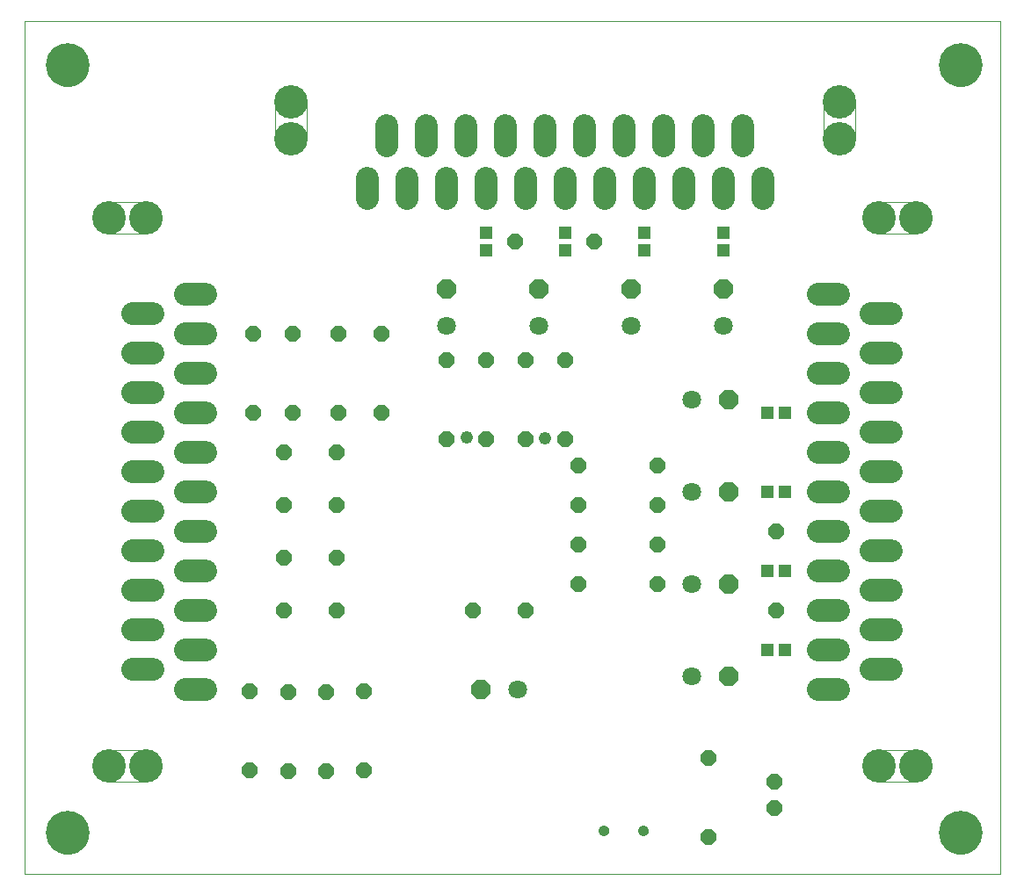
<source format=gbs>
G75*
%MOIN*%
%OFA0B0*%
%FSLAX25Y25*%
%IPPOS*%
%LPD*%
%AMOC8*
5,1,8,0,0,1.08239X$1,22.5*
%
%ADD10C,0.00000*%
%ADD11C,0.16548*%
%ADD12OC8,0.06000*%
%ADD13OC8,0.07100*%
%ADD14C,0.07100*%
%ADD15R,0.04737X0.05131*%
%ADD16R,0.05131X0.04737*%
%ADD17C,0.00009*%
%ADD18C,0.08600*%
%ADD19C,0.12700*%
%ADD20C,0.04146*%
%ADD21C,0.04800*%
D10*
X0002899Y0013620D02*
X0002899Y0337321D01*
X0372820Y0337321D01*
X0372820Y0013620D01*
X0002899Y0013620D01*
X0011403Y0029053D02*
X0011405Y0029246D01*
X0011412Y0029439D01*
X0011424Y0029632D01*
X0011441Y0029825D01*
X0011462Y0030017D01*
X0011488Y0030208D01*
X0011519Y0030399D01*
X0011554Y0030589D01*
X0011594Y0030778D01*
X0011639Y0030966D01*
X0011688Y0031153D01*
X0011742Y0031339D01*
X0011800Y0031523D01*
X0011863Y0031706D01*
X0011931Y0031887D01*
X0012002Y0032066D01*
X0012079Y0032244D01*
X0012159Y0032420D01*
X0012244Y0032593D01*
X0012333Y0032765D01*
X0012426Y0032934D01*
X0012523Y0033101D01*
X0012625Y0033266D01*
X0012730Y0033428D01*
X0012839Y0033587D01*
X0012953Y0033744D01*
X0013070Y0033897D01*
X0013190Y0034048D01*
X0013315Y0034196D01*
X0013443Y0034341D01*
X0013574Y0034482D01*
X0013709Y0034621D01*
X0013848Y0034756D01*
X0013989Y0034887D01*
X0014134Y0035015D01*
X0014282Y0035140D01*
X0014433Y0035260D01*
X0014586Y0035377D01*
X0014743Y0035491D01*
X0014902Y0035600D01*
X0015064Y0035705D01*
X0015229Y0035807D01*
X0015396Y0035904D01*
X0015565Y0035997D01*
X0015737Y0036086D01*
X0015910Y0036171D01*
X0016086Y0036251D01*
X0016264Y0036328D01*
X0016443Y0036399D01*
X0016624Y0036467D01*
X0016807Y0036530D01*
X0016991Y0036588D01*
X0017177Y0036642D01*
X0017364Y0036691D01*
X0017552Y0036736D01*
X0017741Y0036776D01*
X0017931Y0036811D01*
X0018122Y0036842D01*
X0018313Y0036868D01*
X0018505Y0036889D01*
X0018698Y0036906D01*
X0018891Y0036918D01*
X0019084Y0036925D01*
X0019277Y0036927D01*
X0019470Y0036925D01*
X0019663Y0036918D01*
X0019856Y0036906D01*
X0020049Y0036889D01*
X0020241Y0036868D01*
X0020432Y0036842D01*
X0020623Y0036811D01*
X0020813Y0036776D01*
X0021002Y0036736D01*
X0021190Y0036691D01*
X0021377Y0036642D01*
X0021563Y0036588D01*
X0021747Y0036530D01*
X0021930Y0036467D01*
X0022111Y0036399D01*
X0022290Y0036328D01*
X0022468Y0036251D01*
X0022644Y0036171D01*
X0022817Y0036086D01*
X0022989Y0035997D01*
X0023158Y0035904D01*
X0023325Y0035807D01*
X0023490Y0035705D01*
X0023652Y0035600D01*
X0023811Y0035491D01*
X0023968Y0035377D01*
X0024121Y0035260D01*
X0024272Y0035140D01*
X0024420Y0035015D01*
X0024565Y0034887D01*
X0024706Y0034756D01*
X0024845Y0034621D01*
X0024980Y0034482D01*
X0025111Y0034341D01*
X0025239Y0034196D01*
X0025364Y0034048D01*
X0025484Y0033897D01*
X0025601Y0033744D01*
X0025715Y0033587D01*
X0025824Y0033428D01*
X0025929Y0033266D01*
X0026031Y0033101D01*
X0026128Y0032934D01*
X0026221Y0032765D01*
X0026310Y0032593D01*
X0026395Y0032420D01*
X0026475Y0032244D01*
X0026552Y0032066D01*
X0026623Y0031887D01*
X0026691Y0031706D01*
X0026754Y0031523D01*
X0026812Y0031339D01*
X0026866Y0031153D01*
X0026915Y0030966D01*
X0026960Y0030778D01*
X0027000Y0030589D01*
X0027035Y0030399D01*
X0027066Y0030208D01*
X0027092Y0030017D01*
X0027113Y0029825D01*
X0027130Y0029632D01*
X0027142Y0029439D01*
X0027149Y0029246D01*
X0027151Y0029053D01*
X0027149Y0028860D01*
X0027142Y0028667D01*
X0027130Y0028474D01*
X0027113Y0028281D01*
X0027092Y0028089D01*
X0027066Y0027898D01*
X0027035Y0027707D01*
X0027000Y0027517D01*
X0026960Y0027328D01*
X0026915Y0027140D01*
X0026866Y0026953D01*
X0026812Y0026767D01*
X0026754Y0026583D01*
X0026691Y0026400D01*
X0026623Y0026219D01*
X0026552Y0026040D01*
X0026475Y0025862D01*
X0026395Y0025686D01*
X0026310Y0025513D01*
X0026221Y0025341D01*
X0026128Y0025172D01*
X0026031Y0025005D01*
X0025929Y0024840D01*
X0025824Y0024678D01*
X0025715Y0024519D01*
X0025601Y0024362D01*
X0025484Y0024209D01*
X0025364Y0024058D01*
X0025239Y0023910D01*
X0025111Y0023765D01*
X0024980Y0023624D01*
X0024845Y0023485D01*
X0024706Y0023350D01*
X0024565Y0023219D01*
X0024420Y0023091D01*
X0024272Y0022966D01*
X0024121Y0022846D01*
X0023968Y0022729D01*
X0023811Y0022615D01*
X0023652Y0022506D01*
X0023490Y0022401D01*
X0023325Y0022299D01*
X0023158Y0022202D01*
X0022989Y0022109D01*
X0022817Y0022020D01*
X0022644Y0021935D01*
X0022468Y0021855D01*
X0022290Y0021778D01*
X0022111Y0021707D01*
X0021930Y0021639D01*
X0021747Y0021576D01*
X0021563Y0021518D01*
X0021377Y0021464D01*
X0021190Y0021415D01*
X0021002Y0021370D01*
X0020813Y0021330D01*
X0020623Y0021295D01*
X0020432Y0021264D01*
X0020241Y0021238D01*
X0020049Y0021217D01*
X0019856Y0021200D01*
X0019663Y0021188D01*
X0019470Y0021181D01*
X0019277Y0021179D01*
X0019084Y0021181D01*
X0018891Y0021188D01*
X0018698Y0021200D01*
X0018505Y0021217D01*
X0018313Y0021238D01*
X0018122Y0021264D01*
X0017931Y0021295D01*
X0017741Y0021330D01*
X0017552Y0021370D01*
X0017364Y0021415D01*
X0017177Y0021464D01*
X0016991Y0021518D01*
X0016807Y0021576D01*
X0016624Y0021639D01*
X0016443Y0021707D01*
X0016264Y0021778D01*
X0016086Y0021855D01*
X0015910Y0021935D01*
X0015737Y0022020D01*
X0015565Y0022109D01*
X0015396Y0022202D01*
X0015229Y0022299D01*
X0015064Y0022401D01*
X0014902Y0022506D01*
X0014743Y0022615D01*
X0014586Y0022729D01*
X0014433Y0022846D01*
X0014282Y0022966D01*
X0014134Y0023091D01*
X0013989Y0023219D01*
X0013848Y0023350D01*
X0013709Y0023485D01*
X0013574Y0023624D01*
X0013443Y0023765D01*
X0013315Y0023910D01*
X0013190Y0024058D01*
X0013070Y0024209D01*
X0012953Y0024362D01*
X0012839Y0024519D01*
X0012730Y0024678D01*
X0012625Y0024840D01*
X0012523Y0025005D01*
X0012426Y0025172D01*
X0012333Y0025341D01*
X0012244Y0025513D01*
X0012159Y0025686D01*
X0012079Y0025862D01*
X0012002Y0026040D01*
X0011931Y0026219D01*
X0011863Y0026400D01*
X0011800Y0026583D01*
X0011742Y0026767D01*
X0011688Y0026953D01*
X0011639Y0027140D01*
X0011594Y0027328D01*
X0011554Y0027517D01*
X0011519Y0027707D01*
X0011488Y0027898D01*
X0011462Y0028089D01*
X0011441Y0028281D01*
X0011424Y0028474D01*
X0011412Y0028667D01*
X0011405Y0028860D01*
X0011403Y0029053D01*
X0028949Y0054620D02*
X0028951Y0054774D01*
X0028957Y0054928D01*
X0028967Y0055081D01*
X0028981Y0055234D01*
X0028999Y0055387D01*
X0029020Y0055539D01*
X0029046Y0055691D01*
X0029076Y0055842D01*
X0029109Y0055992D01*
X0029147Y0056141D01*
X0029188Y0056290D01*
X0029233Y0056437D01*
X0029282Y0056583D01*
X0029335Y0056727D01*
X0029391Y0056870D01*
X0029451Y0057012D01*
X0029515Y0057152D01*
X0029582Y0057290D01*
X0029653Y0057427D01*
X0029727Y0057562D01*
X0029805Y0057694D01*
X0029886Y0057825D01*
X0029971Y0057954D01*
X0030058Y0058080D01*
X0030149Y0058204D01*
X0030244Y0058325D01*
X0030341Y0058445D01*
X0030441Y0058561D01*
X0030545Y0058675D01*
X0030651Y0058786D01*
X0030760Y0058895D01*
X0030872Y0059000D01*
X0030987Y0059103D01*
X0031104Y0059203D01*
X0031224Y0059299D01*
X0031346Y0059393D01*
X0031470Y0059483D01*
X0031597Y0059570D01*
X0031726Y0059654D01*
X0031858Y0059734D01*
X0031991Y0059811D01*
X0032126Y0059884D01*
X0032263Y0059954D01*
X0032402Y0060021D01*
X0032542Y0060083D01*
X0032684Y0060142D01*
X0032828Y0060198D01*
X0032973Y0060250D01*
X0033119Y0060297D01*
X0033266Y0060342D01*
X0033415Y0060382D01*
X0033564Y0060418D01*
X0033715Y0060451D01*
X0033866Y0060480D01*
X0034018Y0060504D01*
X0034170Y0060525D01*
X0034323Y0060542D01*
X0034476Y0060555D01*
X0034630Y0060564D01*
X0034784Y0060569D01*
X0034937Y0060570D01*
X0035091Y0060567D01*
X0035245Y0060560D01*
X0035398Y0060549D01*
X0035552Y0060534D01*
X0035704Y0060515D01*
X0035856Y0060492D01*
X0036008Y0060466D01*
X0036159Y0060435D01*
X0036309Y0060401D01*
X0036458Y0060362D01*
X0036605Y0060320D01*
X0036752Y0060274D01*
X0036898Y0060224D01*
X0037042Y0060171D01*
X0037185Y0060113D01*
X0037326Y0060052D01*
X0037466Y0059988D01*
X0037604Y0059920D01*
X0037740Y0059848D01*
X0037874Y0059773D01*
X0038006Y0059694D01*
X0038136Y0059612D01*
X0038264Y0059527D01*
X0038390Y0059438D01*
X0038513Y0059346D01*
X0038634Y0059251D01*
X0038753Y0059153D01*
X0038869Y0059052D01*
X0038982Y0058948D01*
X0039093Y0058841D01*
X0039200Y0058731D01*
X0039305Y0058618D01*
X0039407Y0058503D01*
X0039506Y0058385D01*
X0039602Y0058265D01*
X0039695Y0058142D01*
X0039784Y0058017D01*
X0039870Y0057890D01*
X0039953Y0057760D01*
X0040033Y0057628D01*
X0040109Y0057495D01*
X0040181Y0057359D01*
X0040250Y0057221D01*
X0040316Y0057082D01*
X0040378Y0056941D01*
X0040436Y0056799D01*
X0040490Y0056655D01*
X0040541Y0056510D01*
X0040588Y0056363D01*
X0040631Y0056216D01*
X0040670Y0056067D01*
X0040706Y0055917D01*
X0040737Y0055767D01*
X0040765Y0055615D01*
X0040789Y0055463D01*
X0040809Y0055311D01*
X0040825Y0055158D01*
X0040837Y0055004D01*
X0040845Y0054851D01*
X0040849Y0054697D01*
X0040849Y0054543D01*
X0040845Y0054389D01*
X0040837Y0054236D01*
X0040825Y0054082D01*
X0040809Y0053929D01*
X0040789Y0053777D01*
X0040765Y0053625D01*
X0040737Y0053473D01*
X0040706Y0053323D01*
X0040670Y0053173D01*
X0040631Y0053024D01*
X0040588Y0052877D01*
X0040541Y0052730D01*
X0040490Y0052585D01*
X0040436Y0052441D01*
X0040378Y0052299D01*
X0040316Y0052158D01*
X0040250Y0052019D01*
X0040181Y0051881D01*
X0040109Y0051745D01*
X0040033Y0051612D01*
X0039953Y0051480D01*
X0039870Y0051350D01*
X0039784Y0051223D01*
X0039695Y0051098D01*
X0039602Y0050975D01*
X0039506Y0050855D01*
X0039407Y0050737D01*
X0039305Y0050622D01*
X0039200Y0050509D01*
X0039093Y0050399D01*
X0038982Y0050292D01*
X0038869Y0050188D01*
X0038753Y0050087D01*
X0038634Y0049989D01*
X0038513Y0049894D01*
X0038390Y0049802D01*
X0038264Y0049713D01*
X0038136Y0049628D01*
X0038006Y0049546D01*
X0037874Y0049467D01*
X0037740Y0049392D01*
X0037604Y0049320D01*
X0037466Y0049252D01*
X0037326Y0049188D01*
X0037185Y0049127D01*
X0037042Y0049069D01*
X0036898Y0049016D01*
X0036752Y0048966D01*
X0036605Y0048920D01*
X0036458Y0048878D01*
X0036309Y0048839D01*
X0036159Y0048805D01*
X0036008Y0048774D01*
X0035856Y0048748D01*
X0035704Y0048725D01*
X0035552Y0048706D01*
X0035398Y0048691D01*
X0035245Y0048680D01*
X0035091Y0048673D01*
X0034937Y0048670D01*
X0034784Y0048671D01*
X0034630Y0048676D01*
X0034476Y0048685D01*
X0034323Y0048698D01*
X0034170Y0048715D01*
X0034018Y0048736D01*
X0033866Y0048760D01*
X0033715Y0048789D01*
X0033564Y0048822D01*
X0033415Y0048858D01*
X0033266Y0048898D01*
X0033119Y0048943D01*
X0032973Y0048990D01*
X0032828Y0049042D01*
X0032684Y0049098D01*
X0032542Y0049157D01*
X0032402Y0049219D01*
X0032263Y0049286D01*
X0032126Y0049356D01*
X0031991Y0049429D01*
X0031858Y0049506D01*
X0031726Y0049586D01*
X0031597Y0049670D01*
X0031470Y0049757D01*
X0031346Y0049847D01*
X0031224Y0049941D01*
X0031104Y0050037D01*
X0030987Y0050137D01*
X0030872Y0050240D01*
X0030760Y0050345D01*
X0030651Y0050454D01*
X0030545Y0050565D01*
X0030441Y0050679D01*
X0030341Y0050795D01*
X0030244Y0050915D01*
X0030149Y0051036D01*
X0030058Y0051160D01*
X0029971Y0051286D01*
X0029886Y0051415D01*
X0029805Y0051546D01*
X0029727Y0051678D01*
X0029653Y0051813D01*
X0029582Y0051950D01*
X0029515Y0052088D01*
X0029451Y0052228D01*
X0029391Y0052370D01*
X0029335Y0052513D01*
X0029282Y0052657D01*
X0029233Y0052803D01*
X0029188Y0052950D01*
X0029147Y0053099D01*
X0029109Y0053248D01*
X0029076Y0053398D01*
X0029046Y0053549D01*
X0029020Y0053701D01*
X0028999Y0053853D01*
X0028981Y0054006D01*
X0028967Y0054159D01*
X0028957Y0054312D01*
X0028951Y0054466D01*
X0028949Y0054620D01*
X0034899Y0060620D02*
X0034746Y0060618D01*
X0034593Y0060612D01*
X0034440Y0060602D01*
X0034287Y0060589D01*
X0034135Y0060571D01*
X0033983Y0060550D01*
X0033832Y0060524D01*
X0033682Y0060495D01*
X0033532Y0060462D01*
X0033383Y0060425D01*
X0033235Y0060385D01*
X0033089Y0060340D01*
X0032943Y0060292D01*
X0032799Y0060240D01*
X0032656Y0060185D01*
X0032515Y0060126D01*
X0032375Y0060063D01*
X0032237Y0059997D01*
X0032100Y0059927D01*
X0031966Y0059854D01*
X0031833Y0059777D01*
X0031702Y0059697D01*
X0031574Y0059614D01*
X0031447Y0059528D01*
X0031323Y0059438D01*
X0031201Y0059345D01*
X0031082Y0059249D01*
X0030965Y0059150D01*
X0030850Y0059048D01*
X0030738Y0058943D01*
X0030629Y0058835D01*
X0030523Y0058725D01*
X0030420Y0058612D01*
X0030319Y0058496D01*
X0030222Y0058378D01*
X0030127Y0058257D01*
X0030036Y0058134D01*
X0029948Y0058009D01*
X0029863Y0057881D01*
X0029781Y0057752D01*
X0029703Y0057620D01*
X0029628Y0057486D01*
X0029556Y0057351D01*
X0029488Y0057213D01*
X0029424Y0057074D01*
X0029363Y0056934D01*
X0029306Y0056792D01*
X0029252Y0056648D01*
X0029202Y0056503D01*
X0029156Y0056357D01*
X0029113Y0056210D01*
X0029075Y0056062D01*
X0029040Y0055912D01*
X0029009Y0055762D01*
X0028981Y0055612D01*
X0028958Y0055460D01*
X0028939Y0055308D01*
X0028923Y0055156D01*
X0028911Y0055003D01*
X0028903Y0054850D01*
X0028899Y0054697D01*
X0028899Y0054543D01*
X0028903Y0054390D01*
X0028911Y0054237D01*
X0028923Y0054084D01*
X0028939Y0053932D01*
X0028958Y0053780D01*
X0028981Y0053628D01*
X0029009Y0053478D01*
X0029040Y0053328D01*
X0029075Y0053178D01*
X0029113Y0053030D01*
X0029156Y0052883D01*
X0029202Y0052737D01*
X0029252Y0052592D01*
X0029306Y0052448D01*
X0029363Y0052306D01*
X0029424Y0052166D01*
X0029488Y0052027D01*
X0029556Y0051889D01*
X0029628Y0051754D01*
X0029703Y0051620D01*
X0029781Y0051488D01*
X0029863Y0051359D01*
X0029948Y0051231D01*
X0030036Y0051106D01*
X0030127Y0050983D01*
X0030222Y0050862D01*
X0030319Y0050744D01*
X0030420Y0050628D01*
X0030523Y0050515D01*
X0030629Y0050405D01*
X0030738Y0050297D01*
X0030850Y0050192D01*
X0030965Y0050090D01*
X0031082Y0049991D01*
X0031201Y0049895D01*
X0031323Y0049802D01*
X0031447Y0049712D01*
X0031574Y0049626D01*
X0031702Y0049543D01*
X0031833Y0049463D01*
X0031966Y0049386D01*
X0032100Y0049313D01*
X0032237Y0049243D01*
X0032375Y0049177D01*
X0032515Y0049114D01*
X0032656Y0049055D01*
X0032799Y0049000D01*
X0032943Y0048948D01*
X0033089Y0048900D01*
X0033235Y0048855D01*
X0033383Y0048815D01*
X0033532Y0048778D01*
X0033682Y0048745D01*
X0033832Y0048716D01*
X0033983Y0048690D01*
X0034135Y0048669D01*
X0034287Y0048651D01*
X0034440Y0048638D01*
X0034593Y0048628D01*
X0034746Y0048622D01*
X0034899Y0048620D01*
X0042949Y0054620D02*
X0042951Y0054774D01*
X0042957Y0054928D01*
X0042967Y0055081D01*
X0042981Y0055234D01*
X0042999Y0055387D01*
X0043020Y0055539D01*
X0043046Y0055691D01*
X0043076Y0055842D01*
X0043109Y0055992D01*
X0043147Y0056141D01*
X0043188Y0056290D01*
X0043233Y0056437D01*
X0043282Y0056583D01*
X0043335Y0056727D01*
X0043391Y0056870D01*
X0043451Y0057012D01*
X0043515Y0057152D01*
X0043582Y0057290D01*
X0043653Y0057427D01*
X0043727Y0057562D01*
X0043805Y0057694D01*
X0043886Y0057825D01*
X0043971Y0057954D01*
X0044058Y0058080D01*
X0044149Y0058204D01*
X0044244Y0058325D01*
X0044341Y0058445D01*
X0044441Y0058561D01*
X0044545Y0058675D01*
X0044651Y0058786D01*
X0044760Y0058895D01*
X0044872Y0059000D01*
X0044987Y0059103D01*
X0045104Y0059203D01*
X0045224Y0059299D01*
X0045346Y0059393D01*
X0045470Y0059483D01*
X0045597Y0059570D01*
X0045726Y0059654D01*
X0045858Y0059734D01*
X0045991Y0059811D01*
X0046126Y0059884D01*
X0046263Y0059954D01*
X0046402Y0060021D01*
X0046542Y0060083D01*
X0046684Y0060142D01*
X0046828Y0060198D01*
X0046973Y0060250D01*
X0047119Y0060297D01*
X0047266Y0060342D01*
X0047415Y0060382D01*
X0047564Y0060418D01*
X0047715Y0060451D01*
X0047866Y0060480D01*
X0048018Y0060504D01*
X0048170Y0060525D01*
X0048323Y0060542D01*
X0048476Y0060555D01*
X0048630Y0060564D01*
X0048784Y0060569D01*
X0048937Y0060570D01*
X0049091Y0060567D01*
X0049245Y0060560D01*
X0049398Y0060549D01*
X0049552Y0060534D01*
X0049704Y0060515D01*
X0049856Y0060492D01*
X0050008Y0060466D01*
X0050159Y0060435D01*
X0050309Y0060401D01*
X0050458Y0060362D01*
X0050605Y0060320D01*
X0050752Y0060274D01*
X0050898Y0060224D01*
X0051042Y0060171D01*
X0051185Y0060113D01*
X0051326Y0060052D01*
X0051466Y0059988D01*
X0051604Y0059920D01*
X0051740Y0059848D01*
X0051874Y0059773D01*
X0052006Y0059694D01*
X0052136Y0059612D01*
X0052264Y0059527D01*
X0052390Y0059438D01*
X0052513Y0059346D01*
X0052634Y0059251D01*
X0052753Y0059153D01*
X0052869Y0059052D01*
X0052982Y0058948D01*
X0053093Y0058841D01*
X0053200Y0058731D01*
X0053305Y0058618D01*
X0053407Y0058503D01*
X0053506Y0058385D01*
X0053602Y0058265D01*
X0053695Y0058142D01*
X0053784Y0058017D01*
X0053870Y0057890D01*
X0053953Y0057760D01*
X0054033Y0057628D01*
X0054109Y0057495D01*
X0054181Y0057359D01*
X0054250Y0057221D01*
X0054316Y0057082D01*
X0054378Y0056941D01*
X0054436Y0056799D01*
X0054490Y0056655D01*
X0054541Y0056510D01*
X0054588Y0056363D01*
X0054631Y0056216D01*
X0054670Y0056067D01*
X0054706Y0055917D01*
X0054737Y0055767D01*
X0054765Y0055615D01*
X0054789Y0055463D01*
X0054809Y0055311D01*
X0054825Y0055158D01*
X0054837Y0055004D01*
X0054845Y0054851D01*
X0054849Y0054697D01*
X0054849Y0054543D01*
X0054845Y0054389D01*
X0054837Y0054236D01*
X0054825Y0054082D01*
X0054809Y0053929D01*
X0054789Y0053777D01*
X0054765Y0053625D01*
X0054737Y0053473D01*
X0054706Y0053323D01*
X0054670Y0053173D01*
X0054631Y0053024D01*
X0054588Y0052877D01*
X0054541Y0052730D01*
X0054490Y0052585D01*
X0054436Y0052441D01*
X0054378Y0052299D01*
X0054316Y0052158D01*
X0054250Y0052019D01*
X0054181Y0051881D01*
X0054109Y0051745D01*
X0054033Y0051612D01*
X0053953Y0051480D01*
X0053870Y0051350D01*
X0053784Y0051223D01*
X0053695Y0051098D01*
X0053602Y0050975D01*
X0053506Y0050855D01*
X0053407Y0050737D01*
X0053305Y0050622D01*
X0053200Y0050509D01*
X0053093Y0050399D01*
X0052982Y0050292D01*
X0052869Y0050188D01*
X0052753Y0050087D01*
X0052634Y0049989D01*
X0052513Y0049894D01*
X0052390Y0049802D01*
X0052264Y0049713D01*
X0052136Y0049628D01*
X0052006Y0049546D01*
X0051874Y0049467D01*
X0051740Y0049392D01*
X0051604Y0049320D01*
X0051466Y0049252D01*
X0051326Y0049188D01*
X0051185Y0049127D01*
X0051042Y0049069D01*
X0050898Y0049016D01*
X0050752Y0048966D01*
X0050605Y0048920D01*
X0050458Y0048878D01*
X0050309Y0048839D01*
X0050159Y0048805D01*
X0050008Y0048774D01*
X0049856Y0048748D01*
X0049704Y0048725D01*
X0049552Y0048706D01*
X0049398Y0048691D01*
X0049245Y0048680D01*
X0049091Y0048673D01*
X0048937Y0048670D01*
X0048784Y0048671D01*
X0048630Y0048676D01*
X0048476Y0048685D01*
X0048323Y0048698D01*
X0048170Y0048715D01*
X0048018Y0048736D01*
X0047866Y0048760D01*
X0047715Y0048789D01*
X0047564Y0048822D01*
X0047415Y0048858D01*
X0047266Y0048898D01*
X0047119Y0048943D01*
X0046973Y0048990D01*
X0046828Y0049042D01*
X0046684Y0049098D01*
X0046542Y0049157D01*
X0046402Y0049219D01*
X0046263Y0049286D01*
X0046126Y0049356D01*
X0045991Y0049429D01*
X0045858Y0049506D01*
X0045726Y0049586D01*
X0045597Y0049670D01*
X0045470Y0049757D01*
X0045346Y0049847D01*
X0045224Y0049941D01*
X0045104Y0050037D01*
X0044987Y0050137D01*
X0044872Y0050240D01*
X0044760Y0050345D01*
X0044651Y0050454D01*
X0044545Y0050565D01*
X0044441Y0050679D01*
X0044341Y0050795D01*
X0044244Y0050915D01*
X0044149Y0051036D01*
X0044058Y0051160D01*
X0043971Y0051286D01*
X0043886Y0051415D01*
X0043805Y0051546D01*
X0043727Y0051678D01*
X0043653Y0051813D01*
X0043582Y0051950D01*
X0043515Y0052088D01*
X0043451Y0052228D01*
X0043391Y0052370D01*
X0043335Y0052513D01*
X0043282Y0052657D01*
X0043233Y0052803D01*
X0043188Y0052950D01*
X0043147Y0053099D01*
X0043109Y0053248D01*
X0043076Y0053398D01*
X0043046Y0053549D01*
X0043020Y0053701D01*
X0042999Y0053853D01*
X0042981Y0054006D01*
X0042967Y0054159D01*
X0042957Y0054312D01*
X0042951Y0054466D01*
X0042949Y0054620D01*
X0048899Y0048620D02*
X0049052Y0048622D01*
X0049205Y0048628D01*
X0049358Y0048638D01*
X0049511Y0048651D01*
X0049663Y0048669D01*
X0049815Y0048690D01*
X0049966Y0048716D01*
X0050116Y0048745D01*
X0050266Y0048778D01*
X0050415Y0048815D01*
X0050563Y0048855D01*
X0050709Y0048900D01*
X0050855Y0048948D01*
X0050999Y0049000D01*
X0051142Y0049055D01*
X0051283Y0049114D01*
X0051423Y0049177D01*
X0051561Y0049243D01*
X0051698Y0049313D01*
X0051832Y0049386D01*
X0051965Y0049463D01*
X0052096Y0049543D01*
X0052224Y0049626D01*
X0052351Y0049712D01*
X0052475Y0049802D01*
X0052597Y0049895D01*
X0052716Y0049991D01*
X0052833Y0050090D01*
X0052948Y0050192D01*
X0053060Y0050297D01*
X0053169Y0050405D01*
X0053275Y0050515D01*
X0053378Y0050628D01*
X0053479Y0050744D01*
X0053576Y0050862D01*
X0053671Y0050983D01*
X0053762Y0051106D01*
X0053850Y0051231D01*
X0053935Y0051359D01*
X0054017Y0051488D01*
X0054095Y0051620D01*
X0054170Y0051754D01*
X0054242Y0051889D01*
X0054310Y0052027D01*
X0054374Y0052166D01*
X0054435Y0052306D01*
X0054492Y0052448D01*
X0054546Y0052592D01*
X0054596Y0052737D01*
X0054642Y0052883D01*
X0054685Y0053030D01*
X0054723Y0053178D01*
X0054758Y0053328D01*
X0054789Y0053478D01*
X0054817Y0053628D01*
X0054840Y0053780D01*
X0054859Y0053932D01*
X0054875Y0054084D01*
X0054887Y0054237D01*
X0054895Y0054390D01*
X0054899Y0054543D01*
X0054899Y0054697D01*
X0054895Y0054850D01*
X0054887Y0055003D01*
X0054875Y0055156D01*
X0054859Y0055308D01*
X0054840Y0055460D01*
X0054817Y0055612D01*
X0054789Y0055762D01*
X0054758Y0055912D01*
X0054723Y0056062D01*
X0054685Y0056210D01*
X0054642Y0056357D01*
X0054596Y0056503D01*
X0054546Y0056648D01*
X0054492Y0056792D01*
X0054435Y0056934D01*
X0054374Y0057074D01*
X0054310Y0057213D01*
X0054242Y0057351D01*
X0054170Y0057486D01*
X0054095Y0057620D01*
X0054017Y0057752D01*
X0053935Y0057881D01*
X0053850Y0058009D01*
X0053762Y0058134D01*
X0053671Y0058257D01*
X0053576Y0058378D01*
X0053479Y0058496D01*
X0053378Y0058612D01*
X0053275Y0058725D01*
X0053169Y0058835D01*
X0053060Y0058943D01*
X0052948Y0059048D01*
X0052833Y0059150D01*
X0052716Y0059249D01*
X0052597Y0059345D01*
X0052475Y0059438D01*
X0052351Y0059528D01*
X0052224Y0059614D01*
X0052096Y0059697D01*
X0051965Y0059777D01*
X0051832Y0059854D01*
X0051698Y0059927D01*
X0051561Y0059997D01*
X0051423Y0060063D01*
X0051283Y0060126D01*
X0051142Y0060185D01*
X0050999Y0060240D01*
X0050855Y0060292D01*
X0050709Y0060340D01*
X0050563Y0060385D01*
X0050415Y0060425D01*
X0050266Y0060462D01*
X0050116Y0060495D01*
X0049966Y0060524D01*
X0049815Y0060550D01*
X0049663Y0060571D01*
X0049511Y0060589D01*
X0049358Y0060602D01*
X0049205Y0060612D01*
X0049052Y0060618D01*
X0048899Y0060620D01*
X0220993Y0030008D02*
X0220995Y0030089D01*
X0221001Y0030171D01*
X0221011Y0030252D01*
X0221025Y0030332D01*
X0221042Y0030411D01*
X0221064Y0030490D01*
X0221089Y0030567D01*
X0221118Y0030644D01*
X0221151Y0030718D01*
X0221188Y0030791D01*
X0221227Y0030862D01*
X0221271Y0030931D01*
X0221317Y0030998D01*
X0221367Y0031062D01*
X0221420Y0031124D01*
X0221476Y0031184D01*
X0221534Y0031240D01*
X0221596Y0031294D01*
X0221660Y0031345D01*
X0221726Y0031392D01*
X0221794Y0031436D01*
X0221865Y0031477D01*
X0221937Y0031514D01*
X0222012Y0031548D01*
X0222087Y0031578D01*
X0222165Y0031604D01*
X0222243Y0031627D01*
X0222322Y0031645D01*
X0222402Y0031660D01*
X0222483Y0031671D01*
X0222564Y0031678D01*
X0222646Y0031681D01*
X0222727Y0031680D01*
X0222808Y0031675D01*
X0222889Y0031666D01*
X0222970Y0031653D01*
X0223050Y0031636D01*
X0223128Y0031616D01*
X0223206Y0031591D01*
X0223283Y0031563D01*
X0223358Y0031531D01*
X0223431Y0031496D01*
X0223502Y0031457D01*
X0223572Y0031414D01*
X0223639Y0031369D01*
X0223705Y0031320D01*
X0223767Y0031268D01*
X0223827Y0031212D01*
X0223884Y0031154D01*
X0223939Y0031094D01*
X0223990Y0031030D01*
X0224038Y0030965D01*
X0224083Y0030897D01*
X0224125Y0030827D01*
X0224163Y0030755D01*
X0224198Y0030681D01*
X0224229Y0030606D01*
X0224256Y0030529D01*
X0224279Y0030451D01*
X0224299Y0030372D01*
X0224315Y0030292D01*
X0224327Y0030211D01*
X0224335Y0030130D01*
X0224339Y0030049D01*
X0224339Y0029967D01*
X0224335Y0029886D01*
X0224327Y0029805D01*
X0224315Y0029724D01*
X0224299Y0029644D01*
X0224279Y0029565D01*
X0224256Y0029487D01*
X0224229Y0029410D01*
X0224198Y0029335D01*
X0224163Y0029261D01*
X0224125Y0029189D01*
X0224083Y0029119D01*
X0224038Y0029051D01*
X0223990Y0028986D01*
X0223939Y0028922D01*
X0223884Y0028862D01*
X0223827Y0028804D01*
X0223767Y0028748D01*
X0223705Y0028696D01*
X0223639Y0028647D01*
X0223572Y0028602D01*
X0223503Y0028559D01*
X0223431Y0028520D01*
X0223358Y0028485D01*
X0223283Y0028453D01*
X0223206Y0028425D01*
X0223128Y0028400D01*
X0223050Y0028380D01*
X0222970Y0028363D01*
X0222889Y0028350D01*
X0222808Y0028341D01*
X0222727Y0028336D01*
X0222646Y0028335D01*
X0222564Y0028338D01*
X0222483Y0028345D01*
X0222402Y0028356D01*
X0222322Y0028371D01*
X0222243Y0028389D01*
X0222165Y0028412D01*
X0222087Y0028438D01*
X0222012Y0028468D01*
X0221937Y0028502D01*
X0221865Y0028539D01*
X0221794Y0028580D01*
X0221726Y0028624D01*
X0221660Y0028671D01*
X0221596Y0028722D01*
X0221534Y0028776D01*
X0221476Y0028832D01*
X0221420Y0028892D01*
X0221367Y0028954D01*
X0221317Y0029018D01*
X0221271Y0029085D01*
X0221227Y0029154D01*
X0221188Y0029225D01*
X0221151Y0029298D01*
X0221118Y0029372D01*
X0221089Y0029449D01*
X0221064Y0029526D01*
X0221042Y0029605D01*
X0221025Y0029684D01*
X0221011Y0029764D01*
X0221001Y0029845D01*
X0220995Y0029927D01*
X0220993Y0030008D01*
X0235954Y0030008D02*
X0235956Y0030089D01*
X0235962Y0030171D01*
X0235972Y0030252D01*
X0235986Y0030332D01*
X0236003Y0030411D01*
X0236025Y0030490D01*
X0236050Y0030567D01*
X0236079Y0030644D01*
X0236112Y0030718D01*
X0236149Y0030791D01*
X0236188Y0030862D01*
X0236232Y0030931D01*
X0236278Y0030998D01*
X0236328Y0031062D01*
X0236381Y0031124D01*
X0236437Y0031184D01*
X0236495Y0031240D01*
X0236557Y0031294D01*
X0236621Y0031345D01*
X0236687Y0031392D01*
X0236755Y0031436D01*
X0236826Y0031477D01*
X0236898Y0031514D01*
X0236973Y0031548D01*
X0237048Y0031578D01*
X0237126Y0031604D01*
X0237204Y0031627D01*
X0237283Y0031645D01*
X0237363Y0031660D01*
X0237444Y0031671D01*
X0237525Y0031678D01*
X0237607Y0031681D01*
X0237688Y0031680D01*
X0237769Y0031675D01*
X0237850Y0031666D01*
X0237931Y0031653D01*
X0238011Y0031636D01*
X0238089Y0031616D01*
X0238167Y0031591D01*
X0238244Y0031563D01*
X0238319Y0031531D01*
X0238392Y0031496D01*
X0238463Y0031457D01*
X0238533Y0031414D01*
X0238600Y0031369D01*
X0238666Y0031320D01*
X0238728Y0031268D01*
X0238788Y0031212D01*
X0238845Y0031154D01*
X0238900Y0031094D01*
X0238951Y0031030D01*
X0238999Y0030965D01*
X0239044Y0030897D01*
X0239086Y0030827D01*
X0239124Y0030755D01*
X0239159Y0030681D01*
X0239190Y0030606D01*
X0239217Y0030529D01*
X0239240Y0030451D01*
X0239260Y0030372D01*
X0239276Y0030292D01*
X0239288Y0030211D01*
X0239296Y0030130D01*
X0239300Y0030049D01*
X0239300Y0029967D01*
X0239296Y0029886D01*
X0239288Y0029805D01*
X0239276Y0029724D01*
X0239260Y0029644D01*
X0239240Y0029565D01*
X0239217Y0029487D01*
X0239190Y0029410D01*
X0239159Y0029335D01*
X0239124Y0029261D01*
X0239086Y0029189D01*
X0239044Y0029119D01*
X0238999Y0029051D01*
X0238951Y0028986D01*
X0238900Y0028922D01*
X0238845Y0028862D01*
X0238788Y0028804D01*
X0238728Y0028748D01*
X0238666Y0028696D01*
X0238600Y0028647D01*
X0238533Y0028602D01*
X0238464Y0028559D01*
X0238392Y0028520D01*
X0238319Y0028485D01*
X0238244Y0028453D01*
X0238167Y0028425D01*
X0238089Y0028400D01*
X0238011Y0028380D01*
X0237931Y0028363D01*
X0237850Y0028350D01*
X0237769Y0028341D01*
X0237688Y0028336D01*
X0237607Y0028335D01*
X0237525Y0028338D01*
X0237444Y0028345D01*
X0237363Y0028356D01*
X0237283Y0028371D01*
X0237204Y0028389D01*
X0237126Y0028412D01*
X0237048Y0028438D01*
X0236973Y0028468D01*
X0236898Y0028502D01*
X0236826Y0028539D01*
X0236755Y0028580D01*
X0236687Y0028624D01*
X0236621Y0028671D01*
X0236557Y0028722D01*
X0236495Y0028776D01*
X0236437Y0028832D01*
X0236381Y0028892D01*
X0236328Y0028954D01*
X0236278Y0029018D01*
X0236232Y0029085D01*
X0236188Y0029154D01*
X0236149Y0029225D01*
X0236112Y0029298D01*
X0236079Y0029372D01*
X0236050Y0029449D01*
X0236025Y0029526D01*
X0236003Y0029605D01*
X0235986Y0029684D01*
X0235972Y0029764D01*
X0235962Y0029845D01*
X0235956Y0029927D01*
X0235954Y0030008D01*
X0320949Y0054620D02*
X0320951Y0054774D01*
X0320957Y0054928D01*
X0320967Y0055081D01*
X0320981Y0055234D01*
X0320999Y0055387D01*
X0321020Y0055539D01*
X0321046Y0055691D01*
X0321076Y0055842D01*
X0321109Y0055992D01*
X0321147Y0056141D01*
X0321188Y0056290D01*
X0321233Y0056437D01*
X0321282Y0056583D01*
X0321335Y0056727D01*
X0321391Y0056870D01*
X0321451Y0057012D01*
X0321515Y0057152D01*
X0321582Y0057290D01*
X0321653Y0057427D01*
X0321727Y0057562D01*
X0321805Y0057694D01*
X0321886Y0057825D01*
X0321971Y0057954D01*
X0322058Y0058080D01*
X0322149Y0058204D01*
X0322244Y0058325D01*
X0322341Y0058445D01*
X0322441Y0058561D01*
X0322545Y0058675D01*
X0322651Y0058786D01*
X0322760Y0058895D01*
X0322872Y0059000D01*
X0322987Y0059103D01*
X0323104Y0059203D01*
X0323224Y0059299D01*
X0323346Y0059393D01*
X0323470Y0059483D01*
X0323597Y0059570D01*
X0323726Y0059654D01*
X0323858Y0059734D01*
X0323991Y0059811D01*
X0324126Y0059884D01*
X0324263Y0059954D01*
X0324402Y0060021D01*
X0324542Y0060083D01*
X0324684Y0060142D01*
X0324828Y0060198D01*
X0324973Y0060250D01*
X0325119Y0060297D01*
X0325266Y0060342D01*
X0325415Y0060382D01*
X0325564Y0060418D01*
X0325715Y0060451D01*
X0325866Y0060480D01*
X0326018Y0060504D01*
X0326170Y0060525D01*
X0326323Y0060542D01*
X0326476Y0060555D01*
X0326630Y0060564D01*
X0326784Y0060569D01*
X0326937Y0060570D01*
X0327091Y0060567D01*
X0327245Y0060560D01*
X0327398Y0060549D01*
X0327552Y0060534D01*
X0327704Y0060515D01*
X0327856Y0060492D01*
X0328008Y0060466D01*
X0328159Y0060435D01*
X0328309Y0060401D01*
X0328458Y0060362D01*
X0328605Y0060320D01*
X0328752Y0060274D01*
X0328898Y0060224D01*
X0329042Y0060171D01*
X0329185Y0060113D01*
X0329326Y0060052D01*
X0329466Y0059988D01*
X0329604Y0059920D01*
X0329740Y0059848D01*
X0329874Y0059773D01*
X0330006Y0059694D01*
X0330136Y0059612D01*
X0330264Y0059527D01*
X0330390Y0059438D01*
X0330513Y0059346D01*
X0330634Y0059251D01*
X0330753Y0059153D01*
X0330869Y0059052D01*
X0330982Y0058948D01*
X0331093Y0058841D01*
X0331200Y0058731D01*
X0331305Y0058618D01*
X0331407Y0058503D01*
X0331506Y0058385D01*
X0331602Y0058265D01*
X0331695Y0058142D01*
X0331784Y0058017D01*
X0331870Y0057890D01*
X0331953Y0057760D01*
X0332033Y0057628D01*
X0332109Y0057495D01*
X0332181Y0057359D01*
X0332250Y0057221D01*
X0332316Y0057082D01*
X0332378Y0056941D01*
X0332436Y0056799D01*
X0332490Y0056655D01*
X0332541Y0056510D01*
X0332588Y0056363D01*
X0332631Y0056216D01*
X0332670Y0056067D01*
X0332706Y0055917D01*
X0332737Y0055767D01*
X0332765Y0055615D01*
X0332789Y0055463D01*
X0332809Y0055311D01*
X0332825Y0055158D01*
X0332837Y0055004D01*
X0332845Y0054851D01*
X0332849Y0054697D01*
X0332849Y0054543D01*
X0332845Y0054389D01*
X0332837Y0054236D01*
X0332825Y0054082D01*
X0332809Y0053929D01*
X0332789Y0053777D01*
X0332765Y0053625D01*
X0332737Y0053473D01*
X0332706Y0053323D01*
X0332670Y0053173D01*
X0332631Y0053024D01*
X0332588Y0052877D01*
X0332541Y0052730D01*
X0332490Y0052585D01*
X0332436Y0052441D01*
X0332378Y0052299D01*
X0332316Y0052158D01*
X0332250Y0052019D01*
X0332181Y0051881D01*
X0332109Y0051745D01*
X0332033Y0051612D01*
X0331953Y0051480D01*
X0331870Y0051350D01*
X0331784Y0051223D01*
X0331695Y0051098D01*
X0331602Y0050975D01*
X0331506Y0050855D01*
X0331407Y0050737D01*
X0331305Y0050622D01*
X0331200Y0050509D01*
X0331093Y0050399D01*
X0330982Y0050292D01*
X0330869Y0050188D01*
X0330753Y0050087D01*
X0330634Y0049989D01*
X0330513Y0049894D01*
X0330390Y0049802D01*
X0330264Y0049713D01*
X0330136Y0049628D01*
X0330006Y0049546D01*
X0329874Y0049467D01*
X0329740Y0049392D01*
X0329604Y0049320D01*
X0329466Y0049252D01*
X0329326Y0049188D01*
X0329185Y0049127D01*
X0329042Y0049069D01*
X0328898Y0049016D01*
X0328752Y0048966D01*
X0328605Y0048920D01*
X0328458Y0048878D01*
X0328309Y0048839D01*
X0328159Y0048805D01*
X0328008Y0048774D01*
X0327856Y0048748D01*
X0327704Y0048725D01*
X0327552Y0048706D01*
X0327398Y0048691D01*
X0327245Y0048680D01*
X0327091Y0048673D01*
X0326937Y0048670D01*
X0326784Y0048671D01*
X0326630Y0048676D01*
X0326476Y0048685D01*
X0326323Y0048698D01*
X0326170Y0048715D01*
X0326018Y0048736D01*
X0325866Y0048760D01*
X0325715Y0048789D01*
X0325564Y0048822D01*
X0325415Y0048858D01*
X0325266Y0048898D01*
X0325119Y0048943D01*
X0324973Y0048990D01*
X0324828Y0049042D01*
X0324684Y0049098D01*
X0324542Y0049157D01*
X0324402Y0049219D01*
X0324263Y0049286D01*
X0324126Y0049356D01*
X0323991Y0049429D01*
X0323858Y0049506D01*
X0323726Y0049586D01*
X0323597Y0049670D01*
X0323470Y0049757D01*
X0323346Y0049847D01*
X0323224Y0049941D01*
X0323104Y0050037D01*
X0322987Y0050137D01*
X0322872Y0050240D01*
X0322760Y0050345D01*
X0322651Y0050454D01*
X0322545Y0050565D01*
X0322441Y0050679D01*
X0322341Y0050795D01*
X0322244Y0050915D01*
X0322149Y0051036D01*
X0322058Y0051160D01*
X0321971Y0051286D01*
X0321886Y0051415D01*
X0321805Y0051546D01*
X0321727Y0051678D01*
X0321653Y0051813D01*
X0321582Y0051950D01*
X0321515Y0052088D01*
X0321451Y0052228D01*
X0321391Y0052370D01*
X0321335Y0052513D01*
X0321282Y0052657D01*
X0321233Y0052803D01*
X0321188Y0052950D01*
X0321147Y0053099D01*
X0321109Y0053248D01*
X0321076Y0053398D01*
X0321046Y0053549D01*
X0321020Y0053701D01*
X0320999Y0053853D01*
X0320981Y0054006D01*
X0320967Y0054159D01*
X0320957Y0054312D01*
X0320951Y0054466D01*
X0320949Y0054620D01*
X0326899Y0060620D02*
X0326746Y0060618D01*
X0326593Y0060612D01*
X0326440Y0060602D01*
X0326287Y0060589D01*
X0326135Y0060571D01*
X0325983Y0060550D01*
X0325832Y0060524D01*
X0325682Y0060495D01*
X0325532Y0060462D01*
X0325383Y0060425D01*
X0325235Y0060385D01*
X0325089Y0060340D01*
X0324943Y0060292D01*
X0324799Y0060240D01*
X0324656Y0060185D01*
X0324515Y0060126D01*
X0324375Y0060063D01*
X0324237Y0059997D01*
X0324100Y0059927D01*
X0323966Y0059854D01*
X0323833Y0059777D01*
X0323702Y0059697D01*
X0323574Y0059614D01*
X0323447Y0059528D01*
X0323323Y0059438D01*
X0323201Y0059345D01*
X0323082Y0059249D01*
X0322965Y0059150D01*
X0322850Y0059048D01*
X0322738Y0058943D01*
X0322629Y0058835D01*
X0322523Y0058725D01*
X0322420Y0058612D01*
X0322319Y0058496D01*
X0322222Y0058378D01*
X0322127Y0058257D01*
X0322036Y0058134D01*
X0321948Y0058009D01*
X0321863Y0057881D01*
X0321781Y0057752D01*
X0321703Y0057620D01*
X0321628Y0057486D01*
X0321556Y0057351D01*
X0321488Y0057213D01*
X0321424Y0057074D01*
X0321363Y0056934D01*
X0321306Y0056792D01*
X0321252Y0056648D01*
X0321202Y0056503D01*
X0321156Y0056357D01*
X0321113Y0056210D01*
X0321075Y0056062D01*
X0321040Y0055912D01*
X0321009Y0055762D01*
X0320981Y0055612D01*
X0320958Y0055460D01*
X0320939Y0055308D01*
X0320923Y0055156D01*
X0320911Y0055003D01*
X0320903Y0054850D01*
X0320899Y0054697D01*
X0320899Y0054543D01*
X0320903Y0054390D01*
X0320911Y0054237D01*
X0320923Y0054084D01*
X0320939Y0053932D01*
X0320958Y0053780D01*
X0320981Y0053628D01*
X0321009Y0053478D01*
X0321040Y0053328D01*
X0321075Y0053178D01*
X0321113Y0053030D01*
X0321156Y0052883D01*
X0321202Y0052737D01*
X0321252Y0052592D01*
X0321306Y0052448D01*
X0321363Y0052306D01*
X0321424Y0052166D01*
X0321488Y0052027D01*
X0321556Y0051889D01*
X0321628Y0051754D01*
X0321703Y0051620D01*
X0321781Y0051488D01*
X0321863Y0051359D01*
X0321948Y0051231D01*
X0322036Y0051106D01*
X0322127Y0050983D01*
X0322222Y0050862D01*
X0322319Y0050744D01*
X0322420Y0050628D01*
X0322523Y0050515D01*
X0322629Y0050405D01*
X0322738Y0050297D01*
X0322850Y0050192D01*
X0322965Y0050090D01*
X0323082Y0049991D01*
X0323201Y0049895D01*
X0323323Y0049802D01*
X0323447Y0049712D01*
X0323574Y0049626D01*
X0323702Y0049543D01*
X0323833Y0049463D01*
X0323966Y0049386D01*
X0324100Y0049313D01*
X0324237Y0049243D01*
X0324375Y0049177D01*
X0324515Y0049114D01*
X0324656Y0049055D01*
X0324799Y0049000D01*
X0324943Y0048948D01*
X0325089Y0048900D01*
X0325235Y0048855D01*
X0325383Y0048815D01*
X0325532Y0048778D01*
X0325682Y0048745D01*
X0325832Y0048716D01*
X0325983Y0048690D01*
X0326135Y0048669D01*
X0326287Y0048651D01*
X0326440Y0048638D01*
X0326593Y0048628D01*
X0326746Y0048622D01*
X0326899Y0048620D01*
X0334949Y0054620D02*
X0334951Y0054774D01*
X0334957Y0054928D01*
X0334967Y0055081D01*
X0334981Y0055234D01*
X0334999Y0055387D01*
X0335020Y0055539D01*
X0335046Y0055691D01*
X0335076Y0055842D01*
X0335109Y0055992D01*
X0335147Y0056141D01*
X0335188Y0056290D01*
X0335233Y0056437D01*
X0335282Y0056583D01*
X0335335Y0056727D01*
X0335391Y0056870D01*
X0335451Y0057012D01*
X0335515Y0057152D01*
X0335582Y0057290D01*
X0335653Y0057427D01*
X0335727Y0057562D01*
X0335805Y0057694D01*
X0335886Y0057825D01*
X0335971Y0057954D01*
X0336058Y0058080D01*
X0336149Y0058204D01*
X0336244Y0058325D01*
X0336341Y0058445D01*
X0336441Y0058561D01*
X0336545Y0058675D01*
X0336651Y0058786D01*
X0336760Y0058895D01*
X0336872Y0059000D01*
X0336987Y0059103D01*
X0337104Y0059203D01*
X0337224Y0059299D01*
X0337346Y0059393D01*
X0337470Y0059483D01*
X0337597Y0059570D01*
X0337726Y0059654D01*
X0337858Y0059734D01*
X0337991Y0059811D01*
X0338126Y0059884D01*
X0338263Y0059954D01*
X0338402Y0060021D01*
X0338542Y0060083D01*
X0338684Y0060142D01*
X0338828Y0060198D01*
X0338973Y0060250D01*
X0339119Y0060297D01*
X0339266Y0060342D01*
X0339415Y0060382D01*
X0339564Y0060418D01*
X0339715Y0060451D01*
X0339866Y0060480D01*
X0340018Y0060504D01*
X0340170Y0060525D01*
X0340323Y0060542D01*
X0340476Y0060555D01*
X0340630Y0060564D01*
X0340784Y0060569D01*
X0340937Y0060570D01*
X0341091Y0060567D01*
X0341245Y0060560D01*
X0341398Y0060549D01*
X0341552Y0060534D01*
X0341704Y0060515D01*
X0341856Y0060492D01*
X0342008Y0060466D01*
X0342159Y0060435D01*
X0342309Y0060401D01*
X0342458Y0060362D01*
X0342605Y0060320D01*
X0342752Y0060274D01*
X0342898Y0060224D01*
X0343042Y0060171D01*
X0343185Y0060113D01*
X0343326Y0060052D01*
X0343466Y0059988D01*
X0343604Y0059920D01*
X0343740Y0059848D01*
X0343874Y0059773D01*
X0344006Y0059694D01*
X0344136Y0059612D01*
X0344264Y0059527D01*
X0344390Y0059438D01*
X0344513Y0059346D01*
X0344634Y0059251D01*
X0344753Y0059153D01*
X0344869Y0059052D01*
X0344982Y0058948D01*
X0345093Y0058841D01*
X0345200Y0058731D01*
X0345305Y0058618D01*
X0345407Y0058503D01*
X0345506Y0058385D01*
X0345602Y0058265D01*
X0345695Y0058142D01*
X0345784Y0058017D01*
X0345870Y0057890D01*
X0345953Y0057760D01*
X0346033Y0057628D01*
X0346109Y0057495D01*
X0346181Y0057359D01*
X0346250Y0057221D01*
X0346316Y0057082D01*
X0346378Y0056941D01*
X0346436Y0056799D01*
X0346490Y0056655D01*
X0346541Y0056510D01*
X0346588Y0056363D01*
X0346631Y0056216D01*
X0346670Y0056067D01*
X0346706Y0055917D01*
X0346737Y0055767D01*
X0346765Y0055615D01*
X0346789Y0055463D01*
X0346809Y0055311D01*
X0346825Y0055158D01*
X0346837Y0055004D01*
X0346845Y0054851D01*
X0346849Y0054697D01*
X0346849Y0054543D01*
X0346845Y0054389D01*
X0346837Y0054236D01*
X0346825Y0054082D01*
X0346809Y0053929D01*
X0346789Y0053777D01*
X0346765Y0053625D01*
X0346737Y0053473D01*
X0346706Y0053323D01*
X0346670Y0053173D01*
X0346631Y0053024D01*
X0346588Y0052877D01*
X0346541Y0052730D01*
X0346490Y0052585D01*
X0346436Y0052441D01*
X0346378Y0052299D01*
X0346316Y0052158D01*
X0346250Y0052019D01*
X0346181Y0051881D01*
X0346109Y0051745D01*
X0346033Y0051612D01*
X0345953Y0051480D01*
X0345870Y0051350D01*
X0345784Y0051223D01*
X0345695Y0051098D01*
X0345602Y0050975D01*
X0345506Y0050855D01*
X0345407Y0050737D01*
X0345305Y0050622D01*
X0345200Y0050509D01*
X0345093Y0050399D01*
X0344982Y0050292D01*
X0344869Y0050188D01*
X0344753Y0050087D01*
X0344634Y0049989D01*
X0344513Y0049894D01*
X0344390Y0049802D01*
X0344264Y0049713D01*
X0344136Y0049628D01*
X0344006Y0049546D01*
X0343874Y0049467D01*
X0343740Y0049392D01*
X0343604Y0049320D01*
X0343466Y0049252D01*
X0343326Y0049188D01*
X0343185Y0049127D01*
X0343042Y0049069D01*
X0342898Y0049016D01*
X0342752Y0048966D01*
X0342605Y0048920D01*
X0342458Y0048878D01*
X0342309Y0048839D01*
X0342159Y0048805D01*
X0342008Y0048774D01*
X0341856Y0048748D01*
X0341704Y0048725D01*
X0341552Y0048706D01*
X0341398Y0048691D01*
X0341245Y0048680D01*
X0341091Y0048673D01*
X0340937Y0048670D01*
X0340784Y0048671D01*
X0340630Y0048676D01*
X0340476Y0048685D01*
X0340323Y0048698D01*
X0340170Y0048715D01*
X0340018Y0048736D01*
X0339866Y0048760D01*
X0339715Y0048789D01*
X0339564Y0048822D01*
X0339415Y0048858D01*
X0339266Y0048898D01*
X0339119Y0048943D01*
X0338973Y0048990D01*
X0338828Y0049042D01*
X0338684Y0049098D01*
X0338542Y0049157D01*
X0338402Y0049219D01*
X0338263Y0049286D01*
X0338126Y0049356D01*
X0337991Y0049429D01*
X0337858Y0049506D01*
X0337726Y0049586D01*
X0337597Y0049670D01*
X0337470Y0049757D01*
X0337346Y0049847D01*
X0337224Y0049941D01*
X0337104Y0050037D01*
X0336987Y0050137D01*
X0336872Y0050240D01*
X0336760Y0050345D01*
X0336651Y0050454D01*
X0336545Y0050565D01*
X0336441Y0050679D01*
X0336341Y0050795D01*
X0336244Y0050915D01*
X0336149Y0051036D01*
X0336058Y0051160D01*
X0335971Y0051286D01*
X0335886Y0051415D01*
X0335805Y0051546D01*
X0335727Y0051678D01*
X0335653Y0051813D01*
X0335582Y0051950D01*
X0335515Y0052088D01*
X0335451Y0052228D01*
X0335391Y0052370D01*
X0335335Y0052513D01*
X0335282Y0052657D01*
X0335233Y0052803D01*
X0335188Y0052950D01*
X0335147Y0053099D01*
X0335109Y0053248D01*
X0335076Y0053398D01*
X0335046Y0053549D01*
X0335020Y0053701D01*
X0334999Y0053853D01*
X0334981Y0054006D01*
X0334967Y0054159D01*
X0334957Y0054312D01*
X0334951Y0054466D01*
X0334949Y0054620D01*
X0340899Y0048620D02*
X0341052Y0048622D01*
X0341205Y0048628D01*
X0341358Y0048638D01*
X0341511Y0048651D01*
X0341663Y0048669D01*
X0341815Y0048690D01*
X0341966Y0048716D01*
X0342116Y0048745D01*
X0342266Y0048778D01*
X0342415Y0048815D01*
X0342563Y0048855D01*
X0342709Y0048900D01*
X0342855Y0048948D01*
X0342999Y0049000D01*
X0343142Y0049055D01*
X0343283Y0049114D01*
X0343423Y0049177D01*
X0343561Y0049243D01*
X0343698Y0049313D01*
X0343832Y0049386D01*
X0343965Y0049463D01*
X0344096Y0049543D01*
X0344224Y0049626D01*
X0344351Y0049712D01*
X0344475Y0049802D01*
X0344597Y0049895D01*
X0344716Y0049991D01*
X0344833Y0050090D01*
X0344948Y0050192D01*
X0345060Y0050297D01*
X0345169Y0050405D01*
X0345275Y0050515D01*
X0345378Y0050628D01*
X0345479Y0050744D01*
X0345576Y0050862D01*
X0345671Y0050983D01*
X0345762Y0051106D01*
X0345850Y0051231D01*
X0345935Y0051359D01*
X0346017Y0051488D01*
X0346095Y0051620D01*
X0346170Y0051754D01*
X0346242Y0051889D01*
X0346310Y0052027D01*
X0346374Y0052166D01*
X0346435Y0052306D01*
X0346492Y0052448D01*
X0346546Y0052592D01*
X0346596Y0052737D01*
X0346642Y0052883D01*
X0346685Y0053030D01*
X0346723Y0053178D01*
X0346758Y0053328D01*
X0346789Y0053478D01*
X0346817Y0053628D01*
X0346840Y0053780D01*
X0346859Y0053932D01*
X0346875Y0054084D01*
X0346887Y0054237D01*
X0346895Y0054390D01*
X0346899Y0054543D01*
X0346899Y0054697D01*
X0346895Y0054850D01*
X0346887Y0055003D01*
X0346875Y0055156D01*
X0346859Y0055308D01*
X0346840Y0055460D01*
X0346817Y0055612D01*
X0346789Y0055762D01*
X0346758Y0055912D01*
X0346723Y0056062D01*
X0346685Y0056210D01*
X0346642Y0056357D01*
X0346596Y0056503D01*
X0346546Y0056648D01*
X0346492Y0056792D01*
X0346435Y0056934D01*
X0346374Y0057074D01*
X0346310Y0057213D01*
X0346242Y0057351D01*
X0346170Y0057486D01*
X0346095Y0057620D01*
X0346017Y0057752D01*
X0345935Y0057881D01*
X0345850Y0058009D01*
X0345762Y0058134D01*
X0345671Y0058257D01*
X0345576Y0058378D01*
X0345479Y0058496D01*
X0345378Y0058612D01*
X0345275Y0058725D01*
X0345169Y0058835D01*
X0345060Y0058943D01*
X0344948Y0059048D01*
X0344833Y0059150D01*
X0344716Y0059249D01*
X0344597Y0059345D01*
X0344475Y0059438D01*
X0344351Y0059528D01*
X0344224Y0059614D01*
X0344096Y0059697D01*
X0343965Y0059777D01*
X0343832Y0059854D01*
X0343698Y0059927D01*
X0343561Y0059997D01*
X0343423Y0060063D01*
X0343283Y0060126D01*
X0343142Y0060185D01*
X0342999Y0060240D01*
X0342855Y0060292D01*
X0342709Y0060340D01*
X0342563Y0060385D01*
X0342415Y0060425D01*
X0342266Y0060462D01*
X0342116Y0060495D01*
X0341966Y0060524D01*
X0341815Y0060550D01*
X0341663Y0060571D01*
X0341511Y0060589D01*
X0341358Y0060602D01*
X0341205Y0060612D01*
X0341052Y0060618D01*
X0340899Y0060620D01*
X0349985Y0029053D02*
X0349987Y0029246D01*
X0349994Y0029439D01*
X0350006Y0029632D01*
X0350023Y0029825D01*
X0350044Y0030017D01*
X0350070Y0030208D01*
X0350101Y0030399D01*
X0350136Y0030589D01*
X0350176Y0030778D01*
X0350221Y0030966D01*
X0350270Y0031153D01*
X0350324Y0031339D01*
X0350382Y0031523D01*
X0350445Y0031706D01*
X0350513Y0031887D01*
X0350584Y0032066D01*
X0350661Y0032244D01*
X0350741Y0032420D01*
X0350826Y0032593D01*
X0350915Y0032765D01*
X0351008Y0032934D01*
X0351105Y0033101D01*
X0351207Y0033266D01*
X0351312Y0033428D01*
X0351421Y0033587D01*
X0351535Y0033744D01*
X0351652Y0033897D01*
X0351772Y0034048D01*
X0351897Y0034196D01*
X0352025Y0034341D01*
X0352156Y0034482D01*
X0352291Y0034621D01*
X0352430Y0034756D01*
X0352571Y0034887D01*
X0352716Y0035015D01*
X0352864Y0035140D01*
X0353015Y0035260D01*
X0353168Y0035377D01*
X0353325Y0035491D01*
X0353484Y0035600D01*
X0353646Y0035705D01*
X0353811Y0035807D01*
X0353978Y0035904D01*
X0354147Y0035997D01*
X0354319Y0036086D01*
X0354492Y0036171D01*
X0354668Y0036251D01*
X0354846Y0036328D01*
X0355025Y0036399D01*
X0355206Y0036467D01*
X0355389Y0036530D01*
X0355573Y0036588D01*
X0355759Y0036642D01*
X0355946Y0036691D01*
X0356134Y0036736D01*
X0356323Y0036776D01*
X0356513Y0036811D01*
X0356704Y0036842D01*
X0356895Y0036868D01*
X0357087Y0036889D01*
X0357280Y0036906D01*
X0357473Y0036918D01*
X0357666Y0036925D01*
X0357859Y0036927D01*
X0358052Y0036925D01*
X0358245Y0036918D01*
X0358438Y0036906D01*
X0358631Y0036889D01*
X0358823Y0036868D01*
X0359014Y0036842D01*
X0359205Y0036811D01*
X0359395Y0036776D01*
X0359584Y0036736D01*
X0359772Y0036691D01*
X0359959Y0036642D01*
X0360145Y0036588D01*
X0360329Y0036530D01*
X0360512Y0036467D01*
X0360693Y0036399D01*
X0360872Y0036328D01*
X0361050Y0036251D01*
X0361226Y0036171D01*
X0361399Y0036086D01*
X0361571Y0035997D01*
X0361740Y0035904D01*
X0361907Y0035807D01*
X0362072Y0035705D01*
X0362234Y0035600D01*
X0362393Y0035491D01*
X0362550Y0035377D01*
X0362703Y0035260D01*
X0362854Y0035140D01*
X0363002Y0035015D01*
X0363147Y0034887D01*
X0363288Y0034756D01*
X0363427Y0034621D01*
X0363562Y0034482D01*
X0363693Y0034341D01*
X0363821Y0034196D01*
X0363946Y0034048D01*
X0364066Y0033897D01*
X0364183Y0033744D01*
X0364297Y0033587D01*
X0364406Y0033428D01*
X0364511Y0033266D01*
X0364613Y0033101D01*
X0364710Y0032934D01*
X0364803Y0032765D01*
X0364892Y0032593D01*
X0364977Y0032420D01*
X0365057Y0032244D01*
X0365134Y0032066D01*
X0365205Y0031887D01*
X0365273Y0031706D01*
X0365336Y0031523D01*
X0365394Y0031339D01*
X0365448Y0031153D01*
X0365497Y0030966D01*
X0365542Y0030778D01*
X0365582Y0030589D01*
X0365617Y0030399D01*
X0365648Y0030208D01*
X0365674Y0030017D01*
X0365695Y0029825D01*
X0365712Y0029632D01*
X0365724Y0029439D01*
X0365731Y0029246D01*
X0365733Y0029053D01*
X0365731Y0028860D01*
X0365724Y0028667D01*
X0365712Y0028474D01*
X0365695Y0028281D01*
X0365674Y0028089D01*
X0365648Y0027898D01*
X0365617Y0027707D01*
X0365582Y0027517D01*
X0365542Y0027328D01*
X0365497Y0027140D01*
X0365448Y0026953D01*
X0365394Y0026767D01*
X0365336Y0026583D01*
X0365273Y0026400D01*
X0365205Y0026219D01*
X0365134Y0026040D01*
X0365057Y0025862D01*
X0364977Y0025686D01*
X0364892Y0025513D01*
X0364803Y0025341D01*
X0364710Y0025172D01*
X0364613Y0025005D01*
X0364511Y0024840D01*
X0364406Y0024678D01*
X0364297Y0024519D01*
X0364183Y0024362D01*
X0364066Y0024209D01*
X0363946Y0024058D01*
X0363821Y0023910D01*
X0363693Y0023765D01*
X0363562Y0023624D01*
X0363427Y0023485D01*
X0363288Y0023350D01*
X0363147Y0023219D01*
X0363002Y0023091D01*
X0362854Y0022966D01*
X0362703Y0022846D01*
X0362550Y0022729D01*
X0362393Y0022615D01*
X0362234Y0022506D01*
X0362072Y0022401D01*
X0361907Y0022299D01*
X0361740Y0022202D01*
X0361571Y0022109D01*
X0361399Y0022020D01*
X0361226Y0021935D01*
X0361050Y0021855D01*
X0360872Y0021778D01*
X0360693Y0021707D01*
X0360512Y0021639D01*
X0360329Y0021576D01*
X0360145Y0021518D01*
X0359959Y0021464D01*
X0359772Y0021415D01*
X0359584Y0021370D01*
X0359395Y0021330D01*
X0359205Y0021295D01*
X0359014Y0021264D01*
X0358823Y0021238D01*
X0358631Y0021217D01*
X0358438Y0021200D01*
X0358245Y0021188D01*
X0358052Y0021181D01*
X0357859Y0021179D01*
X0357666Y0021181D01*
X0357473Y0021188D01*
X0357280Y0021200D01*
X0357087Y0021217D01*
X0356895Y0021238D01*
X0356704Y0021264D01*
X0356513Y0021295D01*
X0356323Y0021330D01*
X0356134Y0021370D01*
X0355946Y0021415D01*
X0355759Y0021464D01*
X0355573Y0021518D01*
X0355389Y0021576D01*
X0355206Y0021639D01*
X0355025Y0021707D01*
X0354846Y0021778D01*
X0354668Y0021855D01*
X0354492Y0021935D01*
X0354319Y0022020D01*
X0354147Y0022109D01*
X0353978Y0022202D01*
X0353811Y0022299D01*
X0353646Y0022401D01*
X0353484Y0022506D01*
X0353325Y0022615D01*
X0353168Y0022729D01*
X0353015Y0022846D01*
X0352864Y0022966D01*
X0352716Y0023091D01*
X0352571Y0023219D01*
X0352430Y0023350D01*
X0352291Y0023485D01*
X0352156Y0023624D01*
X0352025Y0023765D01*
X0351897Y0023910D01*
X0351772Y0024058D01*
X0351652Y0024209D01*
X0351535Y0024362D01*
X0351421Y0024519D01*
X0351312Y0024678D01*
X0351207Y0024840D01*
X0351105Y0025005D01*
X0351008Y0025172D01*
X0350915Y0025341D01*
X0350826Y0025513D01*
X0350741Y0025686D01*
X0350661Y0025862D01*
X0350584Y0026040D01*
X0350513Y0026219D01*
X0350445Y0026400D01*
X0350382Y0026583D01*
X0350324Y0026767D01*
X0350270Y0026953D01*
X0350221Y0027140D01*
X0350176Y0027328D01*
X0350136Y0027517D01*
X0350101Y0027707D01*
X0350070Y0027898D01*
X0350044Y0028089D01*
X0350023Y0028281D01*
X0350006Y0028474D01*
X0349994Y0028667D01*
X0349987Y0028860D01*
X0349985Y0029053D01*
X0334949Y0262620D02*
X0334951Y0262774D01*
X0334957Y0262928D01*
X0334967Y0263081D01*
X0334981Y0263234D01*
X0334999Y0263387D01*
X0335020Y0263539D01*
X0335046Y0263691D01*
X0335076Y0263842D01*
X0335109Y0263992D01*
X0335147Y0264141D01*
X0335188Y0264290D01*
X0335233Y0264437D01*
X0335282Y0264583D01*
X0335335Y0264727D01*
X0335391Y0264870D01*
X0335451Y0265012D01*
X0335515Y0265152D01*
X0335582Y0265290D01*
X0335653Y0265427D01*
X0335727Y0265562D01*
X0335805Y0265694D01*
X0335886Y0265825D01*
X0335971Y0265954D01*
X0336058Y0266080D01*
X0336149Y0266204D01*
X0336244Y0266325D01*
X0336341Y0266445D01*
X0336441Y0266561D01*
X0336545Y0266675D01*
X0336651Y0266786D01*
X0336760Y0266895D01*
X0336872Y0267000D01*
X0336987Y0267103D01*
X0337104Y0267203D01*
X0337224Y0267299D01*
X0337346Y0267393D01*
X0337470Y0267483D01*
X0337597Y0267570D01*
X0337726Y0267654D01*
X0337858Y0267734D01*
X0337991Y0267811D01*
X0338126Y0267884D01*
X0338263Y0267954D01*
X0338402Y0268021D01*
X0338542Y0268083D01*
X0338684Y0268142D01*
X0338828Y0268198D01*
X0338973Y0268250D01*
X0339119Y0268297D01*
X0339266Y0268342D01*
X0339415Y0268382D01*
X0339564Y0268418D01*
X0339715Y0268451D01*
X0339866Y0268480D01*
X0340018Y0268504D01*
X0340170Y0268525D01*
X0340323Y0268542D01*
X0340476Y0268555D01*
X0340630Y0268564D01*
X0340784Y0268569D01*
X0340937Y0268570D01*
X0341091Y0268567D01*
X0341245Y0268560D01*
X0341398Y0268549D01*
X0341552Y0268534D01*
X0341704Y0268515D01*
X0341856Y0268492D01*
X0342008Y0268466D01*
X0342159Y0268435D01*
X0342309Y0268401D01*
X0342458Y0268362D01*
X0342605Y0268320D01*
X0342752Y0268274D01*
X0342898Y0268224D01*
X0343042Y0268171D01*
X0343185Y0268113D01*
X0343326Y0268052D01*
X0343466Y0267988D01*
X0343604Y0267920D01*
X0343740Y0267848D01*
X0343874Y0267773D01*
X0344006Y0267694D01*
X0344136Y0267612D01*
X0344264Y0267527D01*
X0344390Y0267438D01*
X0344513Y0267346D01*
X0344634Y0267251D01*
X0344753Y0267153D01*
X0344869Y0267052D01*
X0344982Y0266948D01*
X0345093Y0266841D01*
X0345200Y0266731D01*
X0345305Y0266618D01*
X0345407Y0266503D01*
X0345506Y0266385D01*
X0345602Y0266265D01*
X0345695Y0266142D01*
X0345784Y0266017D01*
X0345870Y0265890D01*
X0345953Y0265760D01*
X0346033Y0265628D01*
X0346109Y0265495D01*
X0346181Y0265359D01*
X0346250Y0265221D01*
X0346316Y0265082D01*
X0346378Y0264941D01*
X0346436Y0264799D01*
X0346490Y0264655D01*
X0346541Y0264510D01*
X0346588Y0264363D01*
X0346631Y0264216D01*
X0346670Y0264067D01*
X0346706Y0263917D01*
X0346737Y0263767D01*
X0346765Y0263615D01*
X0346789Y0263463D01*
X0346809Y0263311D01*
X0346825Y0263158D01*
X0346837Y0263004D01*
X0346845Y0262851D01*
X0346849Y0262697D01*
X0346849Y0262543D01*
X0346845Y0262389D01*
X0346837Y0262236D01*
X0346825Y0262082D01*
X0346809Y0261929D01*
X0346789Y0261777D01*
X0346765Y0261625D01*
X0346737Y0261473D01*
X0346706Y0261323D01*
X0346670Y0261173D01*
X0346631Y0261024D01*
X0346588Y0260877D01*
X0346541Y0260730D01*
X0346490Y0260585D01*
X0346436Y0260441D01*
X0346378Y0260299D01*
X0346316Y0260158D01*
X0346250Y0260019D01*
X0346181Y0259881D01*
X0346109Y0259745D01*
X0346033Y0259612D01*
X0345953Y0259480D01*
X0345870Y0259350D01*
X0345784Y0259223D01*
X0345695Y0259098D01*
X0345602Y0258975D01*
X0345506Y0258855D01*
X0345407Y0258737D01*
X0345305Y0258622D01*
X0345200Y0258509D01*
X0345093Y0258399D01*
X0344982Y0258292D01*
X0344869Y0258188D01*
X0344753Y0258087D01*
X0344634Y0257989D01*
X0344513Y0257894D01*
X0344390Y0257802D01*
X0344264Y0257713D01*
X0344136Y0257628D01*
X0344006Y0257546D01*
X0343874Y0257467D01*
X0343740Y0257392D01*
X0343604Y0257320D01*
X0343466Y0257252D01*
X0343326Y0257188D01*
X0343185Y0257127D01*
X0343042Y0257069D01*
X0342898Y0257016D01*
X0342752Y0256966D01*
X0342605Y0256920D01*
X0342458Y0256878D01*
X0342309Y0256839D01*
X0342159Y0256805D01*
X0342008Y0256774D01*
X0341856Y0256748D01*
X0341704Y0256725D01*
X0341552Y0256706D01*
X0341398Y0256691D01*
X0341245Y0256680D01*
X0341091Y0256673D01*
X0340937Y0256670D01*
X0340784Y0256671D01*
X0340630Y0256676D01*
X0340476Y0256685D01*
X0340323Y0256698D01*
X0340170Y0256715D01*
X0340018Y0256736D01*
X0339866Y0256760D01*
X0339715Y0256789D01*
X0339564Y0256822D01*
X0339415Y0256858D01*
X0339266Y0256898D01*
X0339119Y0256943D01*
X0338973Y0256990D01*
X0338828Y0257042D01*
X0338684Y0257098D01*
X0338542Y0257157D01*
X0338402Y0257219D01*
X0338263Y0257286D01*
X0338126Y0257356D01*
X0337991Y0257429D01*
X0337858Y0257506D01*
X0337726Y0257586D01*
X0337597Y0257670D01*
X0337470Y0257757D01*
X0337346Y0257847D01*
X0337224Y0257941D01*
X0337104Y0258037D01*
X0336987Y0258137D01*
X0336872Y0258240D01*
X0336760Y0258345D01*
X0336651Y0258454D01*
X0336545Y0258565D01*
X0336441Y0258679D01*
X0336341Y0258795D01*
X0336244Y0258915D01*
X0336149Y0259036D01*
X0336058Y0259160D01*
X0335971Y0259286D01*
X0335886Y0259415D01*
X0335805Y0259546D01*
X0335727Y0259678D01*
X0335653Y0259813D01*
X0335582Y0259950D01*
X0335515Y0260088D01*
X0335451Y0260228D01*
X0335391Y0260370D01*
X0335335Y0260513D01*
X0335282Y0260657D01*
X0335233Y0260803D01*
X0335188Y0260950D01*
X0335147Y0261099D01*
X0335109Y0261248D01*
X0335076Y0261398D01*
X0335046Y0261549D01*
X0335020Y0261701D01*
X0334999Y0261853D01*
X0334981Y0262006D01*
X0334967Y0262159D01*
X0334957Y0262312D01*
X0334951Y0262466D01*
X0334949Y0262620D01*
X0340899Y0256620D02*
X0341052Y0256622D01*
X0341205Y0256628D01*
X0341358Y0256638D01*
X0341511Y0256651D01*
X0341663Y0256669D01*
X0341815Y0256690D01*
X0341966Y0256716D01*
X0342116Y0256745D01*
X0342266Y0256778D01*
X0342415Y0256815D01*
X0342563Y0256855D01*
X0342709Y0256900D01*
X0342855Y0256948D01*
X0342999Y0257000D01*
X0343142Y0257055D01*
X0343283Y0257114D01*
X0343423Y0257177D01*
X0343561Y0257243D01*
X0343698Y0257313D01*
X0343832Y0257386D01*
X0343965Y0257463D01*
X0344096Y0257543D01*
X0344224Y0257626D01*
X0344351Y0257712D01*
X0344475Y0257802D01*
X0344597Y0257895D01*
X0344716Y0257991D01*
X0344833Y0258090D01*
X0344948Y0258192D01*
X0345060Y0258297D01*
X0345169Y0258405D01*
X0345275Y0258515D01*
X0345378Y0258628D01*
X0345479Y0258744D01*
X0345576Y0258862D01*
X0345671Y0258983D01*
X0345762Y0259106D01*
X0345850Y0259231D01*
X0345935Y0259359D01*
X0346017Y0259488D01*
X0346095Y0259620D01*
X0346170Y0259754D01*
X0346242Y0259889D01*
X0346310Y0260027D01*
X0346374Y0260166D01*
X0346435Y0260306D01*
X0346492Y0260448D01*
X0346546Y0260592D01*
X0346596Y0260737D01*
X0346642Y0260883D01*
X0346685Y0261030D01*
X0346723Y0261178D01*
X0346758Y0261328D01*
X0346789Y0261478D01*
X0346817Y0261628D01*
X0346840Y0261780D01*
X0346859Y0261932D01*
X0346875Y0262084D01*
X0346887Y0262237D01*
X0346895Y0262390D01*
X0346899Y0262543D01*
X0346899Y0262697D01*
X0346895Y0262850D01*
X0346887Y0263003D01*
X0346875Y0263156D01*
X0346859Y0263308D01*
X0346840Y0263460D01*
X0346817Y0263612D01*
X0346789Y0263762D01*
X0346758Y0263912D01*
X0346723Y0264062D01*
X0346685Y0264210D01*
X0346642Y0264357D01*
X0346596Y0264503D01*
X0346546Y0264648D01*
X0346492Y0264792D01*
X0346435Y0264934D01*
X0346374Y0265074D01*
X0346310Y0265213D01*
X0346242Y0265351D01*
X0346170Y0265486D01*
X0346095Y0265620D01*
X0346017Y0265752D01*
X0345935Y0265881D01*
X0345850Y0266009D01*
X0345762Y0266134D01*
X0345671Y0266257D01*
X0345576Y0266378D01*
X0345479Y0266496D01*
X0345378Y0266612D01*
X0345275Y0266725D01*
X0345169Y0266835D01*
X0345060Y0266943D01*
X0344948Y0267048D01*
X0344833Y0267150D01*
X0344716Y0267249D01*
X0344597Y0267345D01*
X0344475Y0267438D01*
X0344351Y0267528D01*
X0344224Y0267614D01*
X0344096Y0267697D01*
X0343965Y0267777D01*
X0343832Y0267854D01*
X0343698Y0267927D01*
X0343561Y0267997D01*
X0343423Y0268063D01*
X0343283Y0268126D01*
X0343142Y0268185D01*
X0342999Y0268240D01*
X0342855Y0268292D01*
X0342709Y0268340D01*
X0342563Y0268385D01*
X0342415Y0268425D01*
X0342266Y0268462D01*
X0342116Y0268495D01*
X0341966Y0268524D01*
X0341815Y0268550D01*
X0341663Y0268571D01*
X0341511Y0268589D01*
X0341358Y0268602D01*
X0341205Y0268612D01*
X0341052Y0268618D01*
X0340899Y0268620D01*
X0320949Y0262620D02*
X0320951Y0262774D01*
X0320957Y0262928D01*
X0320967Y0263081D01*
X0320981Y0263234D01*
X0320999Y0263387D01*
X0321020Y0263539D01*
X0321046Y0263691D01*
X0321076Y0263842D01*
X0321109Y0263992D01*
X0321147Y0264141D01*
X0321188Y0264290D01*
X0321233Y0264437D01*
X0321282Y0264583D01*
X0321335Y0264727D01*
X0321391Y0264870D01*
X0321451Y0265012D01*
X0321515Y0265152D01*
X0321582Y0265290D01*
X0321653Y0265427D01*
X0321727Y0265562D01*
X0321805Y0265694D01*
X0321886Y0265825D01*
X0321971Y0265954D01*
X0322058Y0266080D01*
X0322149Y0266204D01*
X0322244Y0266325D01*
X0322341Y0266445D01*
X0322441Y0266561D01*
X0322545Y0266675D01*
X0322651Y0266786D01*
X0322760Y0266895D01*
X0322872Y0267000D01*
X0322987Y0267103D01*
X0323104Y0267203D01*
X0323224Y0267299D01*
X0323346Y0267393D01*
X0323470Y0267483D01*
X0323597Y0267570D01*
X0323726Y0267654D01*
X0323858Y0267734D01*
X0323991Y0267811D01*
X0324126Y0267884D01*
X0324263Y0267954D01*
X0324402Y0268021D01*
X0324542Y0268083D01*
X0324684Y0268142D01*
X0324828Y0268198D01*
X0324973Y0268250D01*
X0325119Y0268297D01*
X0325266Y0268342D01*
X0325415Y0268382D01*
X0325564Y0268418D01*
X0325715Y0268451D01*
X0325866Y0268480D01*
X0326018Y0268504D01*
X0326170Y0268525D01*
X0326323Y0268542D01*
X0326476Y0268555D01*
X0326630Y0268564D01*
X0326784Y0268569D01*
X0326937Y0268570D01*
X0327091Y0268567D01*
X0327245Y0268560D01*
X0327398Y0268549D01*
X0327552Y0268534D01*
X0327704Y0268515D01*
X0327856Y0268492D01*
X0328008Y0268466D01*
X0328159Y0268435D01*
X0328309Y0268401D01*
X0328458Y0268362D01*
X0328605Y0268320D01*
X0328752Y0268274D01*
X0328898Y0268224D01*
X0329042Y0268171D01*
X0329185Y0268113D01*
X0329326Y0268052D01*
X0329466Y0267988D01*
X0329604Y0267920D01*
X0329740Y0267848D01*
X0329874Y0267773D01*
X0330006Y0267694D01*
X0330136Y0267612D01*
X0330264Y0267527D01*
X0330390Y0267438D01*
X0330513Y0267346D01*
X0330634Y0267251D01*
X0330753Y0267153D01*
X0330869Y0267052D01*
X0330982Y0266948D01*
X0331093Y0266841D01*
X0331200Y0266731D01*
X0331305Y0266618D01*
X0331407Y0266503D01*
X0331506Y0266385D01*
X0331602Y0266265D01*
X0331695Y0266142D01*
X0331784Y0266017D01*
X0331870Y0265890D01*
X0331953Y0265760D01*
X0332033Y0265628D01*
X0332109Y0265495D01*
X0332181Y0265359D01*
X0332250Y0265221D01*
X0332316Y0265082D01*
X0332378Y0264941D01*
X0332436Y0264799D01*
X0332490Y0264655D01*
X0332541Y0264510D01*
X0332588Y0264363D01*
X0332631Y0264216D01*
X0332670Y0264067D01*
X0332706Y0263917D01*
X0332737Y0263767D01*
X0332765Y0263615D01*
X0332789Y0263463D01*
X0332809Y0263311D01*
X0332825Y0263158D01*
X0332837Y0263004D01*
X0332845Y0262851D01*
X0332849Y0262697D01*
X0332849Y0262543D01*
X0332845Y0262389D01*
X0332837Y0262236D01*
X0332825Y0262082D01*
X0332809Y0261929D01*
X0332789Y0261777D01*
X0332765Y0261625D01*
X0332737Y0261473D01*
X0332706Y0261323D01*
X0332670Y0261173D01*
X0332631Y0261024D01*
X0332588Y0260877D01*
X0332541Y0260730D01*
X0332490Y0260585D01*
X0332436Y0260441D01*
X0332378Y0260299D01*
X0332316Y0260158D01*
X0332250Y0260019D01*
X0332181Y0259881D01*
X0332109Y0259745D01*
X0332033Y0259612D01*
X0331953Y0259480D01*
X0331870Y0259350D01*
X0331784Y0259223D01*
X0331695Y0259098D01*
X0331602Y0258975D01*
X0331506Y0258855D01*
X0331407Y0258737D01*
X0331305Y0258622D01*
X0331200Y0258509D01*
X0331093Y0258399D01*
X0330982Y0258292D01*
X0330869Y0258188D01*
X0330753Y0258087D01*
X0330634Y0257989D01*
X0330513Y0257894D01*
X0330390Y0257802D01*
X0330264Y0257713D01*
X0330136Y0257628D01*
X0330006Y0257546D01*
X0329874Y0257467D01*
X0329740Y0257392D01*
X0329604Y0257320D01*
X0329466Y0257252D01*
X0329326Y0257188D01*
X0329185Y0257127D01*
X0329042Y0257069D01*
X0328898Y0257016D01*
X0328752Y0256966D01*
X0328605Y0256920D01*
X0328458Y0256878D01*
X0328309Y0256839D01*
X0328159Y0256805D01*
X0328008Y0256774D01*
X0327856Y0256748D01*
X0327704Y0256725D01*
X0327552Y0256706D01*
X0327398Y0256691D01*
X0327245Y0256680D01*
X0327091Y0256673D01*
X0326937Y0256670D01*
X0326784Y0256671D01*
X0326630Y0256676D01*
X0326476Y0256685D01*
X0326323Y0256698D01*
X0326170Y0256715D01*
X0326018Y0256736D01*
X0325866Y0256760D01*
X0325715Y0256789D01*
X0325564Y0256822D01*
X0325415Y0256858D01*
X0325266Y0256898D01*
X0325119Y0256943D01*
X0324973Y0256990D01*
X0324828Y0257042D01*
X0324684Y0257098D01*
X0324542Y0257157D01*
X0324402Y0257219D01*
X0324263Y0257286D01*
X0324126Y0257356D01*
X0323991Y0257429D01*
X0323858Y0257506D01*
X0323726Y0257586D01*
X0323597Y0257670D01*
X0323470Y0257757D01*
X0323346Y0257847D01*
X0323224Y0257941D01*
X0323104Y0258037D01*
X0322987Y0258137D01*
X0322872Y0258240D01*
X0322760Y0258345D01*
X0322651Y0258454D01*
X0322545Y0258565D01*
X0322441Y0258679D01*
X0322341Y0258795D01*
X0322244Y0258915D01*
X0322149Y0259036D01*
X0322058Y0259160D01*
X0321971Y0259286D01*
X0321886Y0259415D01*
X0321805Y0259546D01*
X0321727Y0259678D01*
X0321653Y0259813D01*
X0321582Y0259950D01*
X0321515Y0260088D01*
X0321451Y0260228D01*
X0321391Y0260370D01*
X0321335Y0260513D01*
X0321282Y0260657D01*
X0321233Y0260803D01*
X0321188Y0260950D01*
X0321147Y0261099D01*
X0321109Y0261248D01*
X0321076Y0261398D01*
X0321046Y0261549D01*
X0321020Y0261701D01*
X0320999Y0261853D01*
X0320981Y0262006D01*
X0320967Y0262159D01*
X0320957Y0262312D01*
X0320951Y0262466D01*
X0320949Y0262620D01*
X0326899Y0268620D02*
X0326746Y0268618D01*
X0326593Y0268612D01*
X0326440Y0268602D01*
X0326287Y0268589D01*
X0326135Y0268571D01*
X0325983Y0268550D01*
X0325832Y0268524D01*
X0325682Y0268495D01*
X0325532Y0268462D01*
X0325383Y0268425D01*
X0325235Y0268385D01*
X0325089Y0268340D01*
X0324943Y0268292D01*
X0324799Y0268240D01*
X0324656Y0268185D01*
X0324515Y0268126D01*
X0324375Y0268063D01*
X0324237Y0267997D01*
X0324100Y0267927D01*
X0323966Y0267854D01*
X0323833Y0267777D01*
X0323702Y0267697D01*
X0323574Y0267614D01*
X0323447Y0267528D01*
X0323323Y0267438D01*
X0323201Y0267345D01*
X0323082Y0267249D01*
X0322965Y0267150D01*
X0322850Y0267048D01*
X0322738Y0266943D01*
X0322629Y0266835D01*
X0322523Y0266725D01*
X0322420Y0266612D01*
X0322319Y0266496D01*
X0322222Y0266378D01*
X0322127Y0266257D01*
X0322036Y0266134D01*
X0321948Y0266009D01*
X0321863Y0265881D01*
X0321781Y0265752D01*
X0321703Y0265620D01*
X0321628Y0265486D01*
X0321556Y0265351D01*
X0321488Y0265213D01*
X0321424Y0265074D01*
X0321363Y0264934D01*
X0321306Y0264792D01*
X0321252Y0264648D01*
X0321202Y0264503D01*
X0321156Y0264357D01*
X0321113Y0264210D01*
X0321075Y0264062D01*
X0321040Y0263912D01*
X0321009Y0263762D01*
X0320981Y0263612D01*
X0320958Y0263460D01*
X0320939Y0263308D01*
X0320923Y0263156D01*
X0320911Y0263003D01*
X0320903Y0262850D01*
X0320899Y0262697D01*
X0320899Y0262543D01*
X0320903Y0262390D01*
X0320911Y0262237D01*
X0320923Y0262084D01*
X0320939Y0261932D01*
X0320958Y0261780D01*
X0320981Y0261628D01*
X0321009Y0261478D01*
X0321040Y0261328D01*
X0321075Y0261178D01*
X0321113Y0261030D01*
X0321156Y0260883D01*
X0321202Y0260737D01*
X0321252Y0260592D01*
X0321306Y0260448D01*
X0321363Y0260306D01*
X0321424Y0260166D01*
X0321488Y0260027D01*
X0321556Y0259889D01*
X0321628Y0259754D01*
X0321703Y0259620D01*
X0321781Y0259488D01*
X0321863Y0259359D01*
X0321948Y0259231D01*
X0322036Y0259106D01*
X0322127Y0258983D01*
X0322222Y0258862D01*
X0322319Y0258744D01*
X0322420Y0258628D01*
X0322523Y0258515D01*
X0322629Y0258405D01*
X0322738Y0258297D01*
X0322850Y0258192D01*
X0322965Y0258090D01*
X0323082Y0257991D01*
X0323201Y0257895D01*
X0323323Y0257802D01*
X0323447Y0257712D01*
X0323574Y0257626D01*
X0323702Y0257543D01*
X0323833Y0257463D01*
X0323966Y0257386D01*
X0324100Y0257313D01*
X0324237Y0257243D01*
X0324375Y0257177D01*
X0324515Y0257114D01*
X0324656Y0257055D01*
X0324799Y0257000D01*
X0324943Y0256948D01*
X0325089Y0256900D01*
X0325235Y0256855D01*
X0325383Y0256815D01*
X0325532Y0256778D01*
X0325682Y0256745D01*
X0325832Y0256716D01*
X0325983Y0256690D01*
X0326135Y0256669D01*
X0326287Y0256651D01*
X0326440Y0256638D01*
X0326593Y0256628D01*
X0326746Y0256622D01*
X0326899Y0256620D01*
X0305949Y0292620D02*
X0305951Y0292774D01*
X0305957Y0292928D01*
X0305967Y0293081D01*
X0305981Y0293234D01*
X0305999Y0293387D01*
X0306020Y0293539D01*
X0306046Y0293691D01*
X0306076Y0293842D01*
X0306109Y0293992D01*
X0306147Y0294141D01*
X0306188Y0294290D01*
X0306233Y0294437D01*
X0306282Y0294583D01*
X0306335Y0294727D01*
X0306391Y0294870D01*
X0306451Y0295012D01*
X0306515Y0295152D01*
X0306582Y0295290D01*
X0306653Y0295427D01*
X0306727Y0295562D01*
X0306805Y0295694D01*
X0306886Y0295825D01*
X0306971Y0295954D01*
X0307058Y0296080D01*
X0307149Y0296204D01*
X0307244Y0296325D01*
X0307341Y0296445D01*
X0307441Y0296561D01*
X0307545Y0296675D01*
X0307651Y0296786D01*
X0307760Y0296895D01*
X0307872Y0297000D01*
X0307987Y0297103D01*
X0308104Y0297203D01*
X0308224Y0297299D01*
X0308346Y0297393D01*
X0308470Y0297483D01*
X0308597Y0297570D01*
X0308726Y0297654D01*
X0308858Y0297734D01*
X0308991Y0297811D01*
X0309126Y0297884D01*
X0309263Y0297954D01*
X0309402Y0298021D01*
X0309542Y0298083D01*
X0309684Y0298142D01*
X0309828Y0298198D01*
X0309973Y0298250D01*
X0310119Y0298297D01*
X0310266Y0298342D01*
X0310415Y0298382D01*
X0310564Y0298418D01*
X0310715Y0298451D01*
X0310866Y0298480D01*
X0311018Y0298504D01*
X0311170Y0298525D01*
X0311323Y0298542D01*
X0311476Y0298555D01*
X0311630Y0298564D01*
X0311784Y0298569D01*
X0311937Y0298570D01*
X0312091Y0298567D01*
X0312245Y0298560D01*
X0312398Y0298549D01*
X0312552Y0298534D01*
X0312704Y0298515D01*
X0312856Y0298492D01*
X0313008Y0298466D01*
X0313159Y0298435D01*
X0313309Y0298401D01*
X0313458Y0298362D01*
X0313605Y0298320D01*
X0313752Y0298274D01*
X0313898Y0298224D01*
X0314042Y0298171D01*
X0314185Y0298113D01*
X0314326Y0298052D01*
X0314466Y0297988D01*
X0314604Y0297920D01*
X0314740Y0297848D01*
X0314874Y0297773D01*
X0315006Y0297694D01*
X0315136Y0297612D01*
X0315264Y0297527D01*
X0315390Y0297438D01*
X0315513Y0297346D01*
X0315634Y0297251D01*
X0315753Y0297153D01*
X0315869Y0297052D01*
X0315982Y0296948D01*
X0316093Y0296841D01*
X0316200Y0296731D01*
X0316305Y0296618D01*
X0316407Y0296503D01*
X0316506Y0296385D01*
X0316602Y0296265D01*
X0316695Y0296142D01*
X0316784Y0296017D01*
X0316870Y0295890D01*
X0316953Y0295760D01*
X0317033Y0295628D01*
X0317109Y0295495D01*
X0317181Y0295359D01*
X0317250Y0295221D01*
X0317316Y0295082D01*
X0317378Y0294941D01*
X0317436Y0294799D01*
X0317490Y0294655D01*
X0317541Y0294510D01*
X0317588Y0294363D01*
X0317631Y0294216D01*
X0317670Y0294067D01*
X0317706Y0293917D01*
X0317737Y0293767D01*
X0317765Y0293615D01*
X0317789Y0293463D01*
X0317809Y0293311D01*
X0317825Y0293158D01*
X0317837Y0293004D01*
X0317845Y0292851D01*
X0317849Y0292697D01*
X0317849Y0292543D01*
X0317845Y0292389D01*
X0317837Y0292236D01*
X0317825Y0292082D01*
X0317809Y0291929D01*
X0317789Y0291777D01*
X0317765Y0291625D01*
X0317737Y0291473D01*
X0317706Y0291323D01*
X0317670Y0291173D01*
X0317631Y0291024D01*
X0317588Y0290877D01*
X0317541Y0290730D01*
X0317490Y0290585D01*
X0317436Y0290441D01*
X0317378Y0290299D01*
X0317316Y0290158D01*
X0317250Y0290019D01*
X0317181Y0289881D01*
X0317109Y0289745D01*
X0317033Y0289612D01*
X0316953Y0289480D01*
X0316870Y0289350D01*
X0316784Y0289223D01*
X0316695Y0289098D01*
X0316602Y0288975D01*
X0316506Y0288855D01*
X0316407Y0288737D01*
X0316305Y0288622D01*
X0316200Y0288509D01*
X0316093Y0288399D01*
X0315982Y0288292D01*
X0315869Y0288188D01*
X0315753Y0288087D01*
X0315634Y0287989D01*
X0315513Y0287894D01*
X0315390Y0287802D01*
X0315264Y0287713D01*
X0315136Y0287628D01*
X0315006Y0287546D01*
X0314874Y0287467D01*
X0314740Y0287392D01*
X0314604Y0287320D01*
X0314466Y0287252D01*
X0314326Y0287188D01*
X0314185Y0287127D01*
X0314042Y0287069D01*
X0313898Y0287016D01*
X0313752Y0286966D01*
X0313605Y0286920D01*
X0313458Y0286878D01*
X0313309Y0286839D01*
X0313159Y0286805D01*
X0313008Y0286774D01*
X0312856Y0286748D01*
X0312704Y0286725D01*
X0312552Y0286706D01*
X0312398Y0286691D01*
X0312245Y0286680D01*
X0312091Y0286673D01*
X0311937Y0286670D01*
X0311784Y0286671D01*
X0311630Y0286676D01*
X0311476Y0286685D01*
X0311323Y0286698D01*
X0311170Y0286715D01*
X0311018Y0286736D01*
X0310866Y0286760D01*
X0310715Y0286789D01*
X0310564Y0286822D01*
X0310415Y0286858D01*
X0310266Y0286898D01*
X0310119Y0286943D01*
X0309973Y0286990D01*
X0309828Y0287042D01*
X0309684Y0287098D01*
X0309542Y0287157D01*
X0309402Y0287219D01*
X0309263Y0287286D01*
X0309126Y0287356D01*
X0308991Y0287429D01*
X0308858Y0287506D01*
X0308726Y0287586D01*
X0308597Y0287670D01*
X0308470Y0287757D01*
X0308346Y0287847D01*
X0308224Y0287941D01*
X0308104Y0288037D01*
X0307987Y0288137D01*
X0307872Y0288240D01*
X0307760Y0288345D01*
X0307651Y0288454D01*
X0307545Y0288565D01*
X0307441Y0288679D01*
X0307341Y0288795D01*
X0307244Y0288915D01*
X0307149Y0289036D01*
X0307058Y0289160D01*
X0306971Y0289286D01*
X0306886Y0289415D01*
X0306805Y0289546D01*
X0306727Y0289678D01*
X0306653Y0289813D01*
X0306582Y0289950D01*
X0306515Y0290088D01*
X0306451Y0290228D01*
X0306391Y0290370D01*
X0306335Y0290513D01*
X0306282Y0290657D01*
X0306233Y0290803D01*
X0306188Y0290950D01*
X0306147Y0291099D01*
X0306109Y0291248D01*
X0306076Y0291398D01*
X0306046Y0291549D01*
X0306020Y0291701D01*
X0305999Y0291853D01*
X0305981Y0292006D01*
X0305967Y0292159D01*
X0305957Y0292312D01*
X0305951Y0292466D01*
X0305949Y0292620D01*
X0305899Y0292620D02*
X0305901Y0292467D01*
X0305907Y0292314D01*
X0305917Y0292161D01*
X0305930Y0292008D01*
X0305948Y0291856D01*
X0305969Y0291704D01*
X0305995Y0291553D01*
X0306024Y0291403D01*
X0306057Y0291253D01*
X0306094Y0291104D01*
X0306134Y0290956D01*
X0306179Y0290810D01*
X0306227Y0290664D01*
X0306279Y0290520D01*
X0306334Y0290377D01*
X0306393Y0290236D01*
X0306456Y0290096D01*
X0306522Y0289958D01*
X0306592Y0289821D01*
X0306665Y0289687D01*
X0306742Y0289554D01*
X0306822Y0289423D01*
X0306905Y0289295D01*
X0306991Y0289168D01*
X0307081Y0289044D01*
X0307174Y0288922D01*
X0307270Y0288803D01*
X0307369Y0288686D01*
X0307471Y0288571D01*
X0307576Y0288459D01*
X0307684Y0288350D01*
X0307794Y0288244D01*
X0307907Y0288141D01*
X0308023Y0288040D01*
X0308141Y0287943D01*
X0308262Y0287848D01*
X0308385Y0287757D01*
X0308510Y0287669D01*
X0308638Y0287584D01*
X0308767Y0287502D01*
X0308899Y0287424D01*
X0309033Y0287349D01*
X0309168Y0287277D01*
X0309306Y0287209D01*
X0309445Y0287145D01*
X0309585Y0287084D01*
X0309727Y0287027D01*
X0309871Y0286973D01*
X0310016Y0286923D01*
X0310162Y0286877D01*
X0310309Y0286834D01*
X0310457Y0286796D01*
X0310607Y0286761D01*
X0310757Y0286730D01*
X0310907Y0286702D01*
X0311059Y0286679D01*
X0311211Y0286660D01*
X0311363Y0286644D01*
X0311516Y0286632D01*
X0311669Y0286624D01*
X0311822Y0286620D01*
X0311976Y0286620D01*
X0312129Y0286624D01*
X0312282Y0286632D01*
X0312435Y0286644D01*
X0312587Y0286660D01*
X0312739Y0286679D01*
X0312891Y0286702D01*
X0313041Y0286730D01*
X0313191Y0286761D01*
X0313341Y0286796D01*
X0313489Y0286834D01*
X0313636Y0286877D01*
X0313782Y0286923D01*
X0313927Y0286973D01*
X0314071Y0287027D01*
X0314213Y0287084D01*
X0314353Y0287145D01*
X0314492Y0287209D01*
X0314630Y0287277D01*
X0314765Y0287349D01*
X0314899Y0287424D01*
X0315031Y0287502D01*
X0315160Y0287584D01*
X0315288Y0287669D01*
X0315413Y0287757D01*
X0315536Y0287848D01*
X0315657Y0287943D01*
X0315775Y0288040D01*
X0315891Y0288141D01*
X0316004Y0288244D01*
X0316114Y0288350D01*
X0316222Y0288459D01*
X0316327Y0288571D01*
X0316429Y0288686D01*
X0316528Y0288803D01*
X0316624Y0288922D01*
X0316717Y0289044D01*
X0316807Y0289168D01*
X0316893Y0289295D01*
X0316976Y0289423D01*
X0317056Y0289554D01*
X0317133Y0289687D01*
X0317206Y0289821D01*
X0317276Y0289958D01*
X0317342Y0290096D01*
X0317405Y0290236D01*
X0317464Y0290377D01*
X0317519Y0290520D01*
X0317571Y0290664D01*
X0317619Y0290810D01*
X0317664Y0290956D01*
X0317704Y0291104D01*
X0317741Y0291253D01*
X0317774Y0291403D01*
X0317803Y0291553D01*
X0317829Y0291704D01*
X0317850Y0291856D01*
X0317868Y0292008D01*
X0317881Y0292161D01*
X0317891Y0292314D01*
X0317897Y0292467D01*
X0317899Y0292620D01*
X0305949Y0306620D02*
X0305951Y0306774D01*
X0305957Y0306928D01*
X0305967Y0307081D01*
X0305981Y0307234D01*
X0305999Y0307387D01*
X0306020Y0307539D01*
X0306046Y0307691D01*
X0306076Y0307842D01*
X0306109Y0307992D01*
X0306147Y0308141D01*
X0306188Y0308290D01*
X0306233Y0308437D01*
X0306282Y0308583D01*
X0306335Y0308727D01*
X0306391Y0308870D01*
X0306451Y0309012D01*
X0306515Y0309152D01*
X0306582Y0309290D01*
X0306653Y0309427D01*
X0306727Y0309562D01*
X0306805Y0309694D01*
X0306886Y0309825D01*
X0306971Y0309954D01*
X0307058Y0310080D01*
X0307149Y0310204D01*
X0307244Y0310325D01*
X0307341Y0310445D01*
X0307441Y0310561D01*
X0307545Y0310675D01*
X0307651Y0310786D01*
X0307760Y0310895D01*
X0307872Y0311000D01*
X0307987Y0311103D01*
X0308104Y0311203D01*
X0308224Y0311299D01*
X0308346Y0311393D01*
X0308470Y0311483D01*
X0308597Y0311570D01*
X0308726Y0311654D01*
X0308858Y0311734D01*
X0308991Y0311811D01*
X0309126Y0311884D01*
X0309263Y0311954D01*
X0309402Y0312021D01*
X0309542Y0312083D01*
X0309684Y0312142D01*
X0309828Y0312198D01*
X0309973Y0312250D01*
X0310119Y0312297D01*
X0310266Y0312342D01*
X0310415Y0312382D01*
X0310564Y0312418D01*
X0310715Y0312451D01*
X0310866Y0312480D01*
X0311018Y0312504D01*
X0311170Y0312525D01*
X0311323Y0312542D01*
X0311476Y0312555D01*
X0311630Y0312564D01*
X0311784Y0312569D01*
X0311937Y0312570D01*
X0312091Y0312567D01*
X0312245Y0312560D01*
X0312398Y0312549D01*
X0312552Y0312534D01*
X0312704Y0312515D01*
X0312856Y0312492D01*
X0313008Y0312466D01*
X0313159Y0312435D01*
X0313309Y0312401D01*
X0313458Y0312362D01*
X0313605Y0312320D01*
X0313752Y0312274D01*
X0313898Y0312224D01*
X0314042Y0312171D01*
X0314185Y0312113D01*
X0314326Y0312052D01*
X0314466Y0311988D01*
X0314604Y0311920D01*
X0314740Y0311848D01*
X0314874Y0311773D01*
X0315006Y0311694D01*
X0315136Y0311612D01*
X0315264Y0311527D01*
X0315390Y0311438D01*
X0315513Y0311346D01*
X0315634Y0311251D01*
X0315753Y0311153D01*
X0315869Y0311052D01*
X0315982Y0310948D01*
X0316093Y0310841D01*
X0316200Y0310731D01*
X0316305Y0310618D01*
X0316407Y0310503D01*
X0316506Y0310385D01*
X0316602Y0310265D01*
X0316695Y0310142D01*
X0316784Y0310017D01*
X0316870Y0309890D01*
X0316953Y0309760D01*
X0317033Y0309628D01*
X0317109Y0309495D01*
X0317181Y0309359D01*
X0317250Y0309221D01*
X0317316Y0309082D01*
X0317378Y0308941D01*
X0317436Y0308799D01*
X0317490Y0308655D01*
X0317541Y0308510D01*
X0317588Y0308363D01*
X0317631Y0308216D01*
X0317670Y0308067D01*
X0317706Y0307917D01*
X0317737Y0307767D01*
X0317765Y0307615D01*
X0317789Y0307463D01*
X0317809Y0307311D01*
X0317825Y0307158D01*
X0317837Y0307004D01*
X0317845Y0306851D01*
X0317849Y0306697D01*
X0317849Y0306543D01*
X0317845Y0306389D01*
X0317837Y0306236D01*
X0317825Y0306082D01*
X0317809Y0305929D01*
X0317789Y0305777D01*
X0317765Y0305625D01*
X0317737Y0305473D01*
X0317706Y0305323D01*
X0317670Y0305173D01*
X0317631Y0305024D01*
X0317588Y0304877D01*
X0317541Y0304730D01*
X0317490Y0304585D01*
X0317436Y0304441D01*
X0317378Y0304299D01*
X0317316Y0304158D01*
X0317250Y0304019D01*
X0317181Y0303881D01*
X0317109Y0303745D01*
X0317033Y0303612D01*
X0316953Y0303480D01*
X0316870Y0303350D01*
X0316784Y0303223D01*
X0316695Y0303098D01*
X0316602Y0302975D01*
X0316506Y0302855D01*
X0316407Y0302737D01*
X0316305Y0302622D01*
X0316200Y0302509D01*
X0316093Y0302399D01*
X0315982Y0302292D01*
X0315869Y0302188D01*
X0315753Y0302087D01*
X0315634Y0301989D01*
X0315513Y0301894D01*
X0315390Y0301802D01*
X0315264Y0301713D01*
X0315136Y0301628D01*
X0315006Y0301546D01*
X0314874Y0301467D01*
X0314740Y0301392D01*
X0314604Y0301320D01*
X0314466Y0301252D01*
X0314326Y0301188D01*
X0314185Y0301127D01*
X0314042Y0301069D01*
X0313898Y0301016D01*
X0313752Y0300966D01*
X0313605Y0300920D01*
X0313458Y0300878D01*
X0313309Y0300839D01*
X0313159Y0300805D01*
X0313008Y0300774D01*
X0312856Y0300748D01*
X0312704Y0300725D01*
X0312552Y0300706D01*
X0312398Y0300691D01*
X0312245Y0300680D01*
X0312091Y0300673D01*
X0311937Y0300670D01*
X0311784Y0300671D01*
X0311630Y0300676D01*
X0311476Y0300685D01*
X0311323Y0300698D01*
X0311170Y0300715D01*
X0311018Y0300736D01*
X0310866Y0300760D01*
X0310715Y0300789D01*
X0310564Y0300822D01*
X0310415Y0300858D01*
X0310266Y0300898D01*
X0310119Y0300943D01*
X0309973Y0300990D01*
X0309828Y0301042D01*
X0309684Y0301098D01*
X0309542Y0301157D01*
X0309402Y0301219D01*
X0309263Y0301286D01*
X0309126Y0301356D01*
X0308991Y0301429D01*
X0308858Y0301506D01*
X0308726Y0301586D01*
X0308597Y0301670D01*
X0308470Y0301757D01*
X0308346Y0301847D01*
X0308224Y0301941D01*
X0308104Y0302037D01*
X0307987Y0302137D01*
X0307872Y0302240D01*
X0307760Y0302345D01*
X0307651Y0302454D01*
X0307545Y0302565D01*
X0307441Y0302679D01*
X0307341Y0302795D01*
X0307244Y0302915D01*
X0307149Y0303036D01*
X0307058Y0303160D01*
X0306971Y0303286D01*
X0306886Y0303415D01*
X0306805Y0303546D01*
X0306727Y0303678D01*
X0306653Y0303813D01*
X0306582Y0303950D01*
X0306515Y0304088D01*
X0306451Y0304228D01*
X0306391Y0304370D01*
X0306335Y0304513D01*
X0306282Y0304657D01*
X0306233Y0304803D01*
X0306188Y0304950D01*
X0306147Y0305099D01*
X0306109Y0305248D01*
X0306076Y0305398D01*
X0306046Y0305549D01*
X0306020Y0305701D01*
X0305999Y0305853D01*
X0305981Y0306006D01*
X0305967Y0306159D01*
X0305957Y0306312D01*
X0305951Y0306466D01*
X0305949Y0306620D01*
X0305899Y0306620D02*
X0305901Y0306773D01*
X0305907Y0306926D01*
X0305917Y0307079D01*
X0305930Y0307232D01*
X0305948Y0307384D01*
X0305969Y0307536D01*
X0305995Y0307687D01*
X0306024Y0307837D01*
X0306057Y0307987D01*
X0306094Y0308136D01*
X0306134Y0308284D01*
X0306179Y0308430D01*
X0306227Y0308576D01*
X0306279Y0308720D01*
X0306334Y0308863D01*
X0306393Y0309004D01*
X0306456Y0309144D01*
X0306522Y0309282D01*
X0306592Y0309419D01*
X0306665Y0309553D01*
X0306742Y0309686D01*
X0306822Y0309817D01*
X0306905Y0309945D01*
X0306991Y0310072D01*
X0307081Y0310196D01*
X0307174Y0310318D01*
X0307270Y0310437D01*
X0307369Y0310554D01*
X0307471Y0310669D01*
X0307576Y0310781D01*
X0307684Y0310890D01*
X0307794Y0310996D01*
X0307907Y0311099D01*
X0308023Y0311200D01*
X0308141Y0311297D01*
X0308262Y0311392D01*
X0308385Y0311483D01*
X0308510Y0311571D01*
X0308638Y0311656D01*
X0308767Y0311738D01*
X0308899Y0311816D01*
X0309033Y0311891D01*
X0309168Y0311963D01*
X0309306Y0312031D01*
X0309445Y0312095D01*
X0309585Y0312156D01*
X0309727Y0312213D01*
X0309871Y0312267D01*
X0310016Y0312317D01*
X0310162Y0312363D01*
X0310309Y0312406D01*
X0310457Y0312444D01*
X0310607Y0312479D01*
X0310757Y0312510D01*
X0310907Y0312538D01*
X0311059Y0312561D01*
X0311211Y0312580D01*
X0311363Y0312596D01*
X0311516Y0312608D01*
X0311669Y0312616D01*
X0311822Y0312620D01*
X0311976Y0312620D01*
X0312129Y0312616D01*
X0312282Y0312608D01*
X0312435Y0312596D01*
X0312587Y0312580D01*
X0312739Y0312561D01*
X0312891Y0312538D01*
X0313041Y0312510D01*
X0313191Y0312479D01*
X0313341Y0312444D01*
X0313489Y0312406D01*
X0313636Y0312363D01*
X0313782Y0312317D01*
X0313927Y0312267D01*
X0314071Y0312213D01*
X0314213Y0312156D01*
X0314353Y0312095D01*
X0314492Y0312031D01*
X0314630Y0311963D01*
X0314765Y0311891D01*
X0314899Y0311816D01*
X0315031Y0311738D01*
X0315160Y0311656D01*
X0315288Y0311571D01*
X0315413Y0311483D01*
X0315536Y0311392D01*
X0315657Y0311297D01*
X0315775Y0311200D01*
X0315891Y0311099D01*
X0316004Y0310996D01*
X0316114Y0310890D01*
X0316222Y0310781D01*
X0316327Y0310669D01*
X0316429Y0310554D01*
X0316528Y0310437D01*
X0316624Y0310318D01*
X0316717Y0310196D01*
X0316807Y0310072D01*
X0316893Y0309945D01*
X0316976Y0309817D01*
X0317056Y0309686D01*
X0317133Y0309553D01*
X0317206Y0309419D01*
X0317276Y0309282D01*
X0317342Y0309144D01*
X0317405Y0309004D01*
X0317464Y0308863D01*
X0317519Y0308720D01*
X0317571Y0308576D01*
X0317619Y0308430D01*
X0317664Y0308284D01*
X0317704Y0308136D01*
X0317741Y0307987D01*
X0317774Y0307837D01*
X0317803Y0307687D01*
X0317829Y0307536D01*
X0317850Y0307384D01*
X0317868Y0307232D01*
X0317881Y0307079D01*
X0317891Y0306926D01*
X0317897Y0306773D01*
X0317899Y0306620D01*
X0349985Y0320392D02*
X0349987Y0320585D01*
X0349994Y0320778D01*
X0350006Y0320971D01*
X0350023Y0321164D01*
X0350044Y0321356D01*
X0350070Y0321547D01*
X0350101Y0321738D01*
X0350136Y0321928D01*
X0350176Y0322117D01*
X0350221Y0322305D01*
X0350270Y0322492D01*
X0350324Y0322678D01*
X0350382Y0322862D01*
X0350445Y0323045D01*
X0350513Y0323226D01*
X0350584Y0323405D01*
X0350661Y0323583D01*
X0350741Y0323759D01*
X0350826Y0323932D01*
X0350915Y0324104D01*
X0351008Y0324273D01*
X0351105Y0324440D01*
X0351207Y0324605D01*
X0351312Y0324767D01*
X0351421Y0324926D01*
X0351535Y0325083D01*
X0351652Y0325236D01*
X0351772Y0325387D01*
X0351897Y0325535D01*
X0352025Y0325680D01*
X0352156Y0325821D01*
X0352291Y0325960D01*
X0352430Y0326095D01*
X0352571Y0326226D01*
X0352716Y0326354D01*
X0352864Y0326479D01*
X0353015Y0326599D01*
X0353168Y0326716D01*
X0353325Y0326830D01*
X0353484Y0326939D01*
X0353646Y0327044D01*
X0353811Y0327146D01*
X0353978Y0327243D01*
X0354147Y0327336D01*
X0354319Y0327425D01*
X0354492Y0327510D01*
X0354668Y0327590D01*
X0354846Y0327667D01*
X0355025Y0327738D01*
X0355206Y0327806D01*
X0355389Y0327869D01*
X0355573Y0327927D01*
X0355759Y0327981D01*
X0355946Y0328030D01*
X0356134Y0328075D01*
X0356323Y0328115D01*
X0356513Y0328150D01*
X0356704Y0328181D01*
X0356895Y0328207D01*
X0357087Y0328228D01*
X0357280Y0328245D01*
X0357473Y0328257D01*
X0357666Y0328264D01*
X0357859Y0328266D01*
X0358052Y0328264D01*
X0358245Y0328257D01*
X0358438Y0328245D01*
X0358631Y0328228D01*
X0358823Y0328207D01*
X0359014Y0328181D01*
X0359205Y0328150D01*
X0359395Y0328115D01*
X0359584Y0328075D01*
X0359772Y0328030D01*
X0359959Y0327981D01*
X0360145Y0327927D01*
X0360329Y0327869D01*
X0360512Y0327806D01*
X0360693Y0327738D01*
X0360872Y0327667D01*
X0361050Y0327590D01*
X0361226Y0327510D01*
X0361399Y0327425D01*
X0361571Y0327336D01*
X0361740Y0327243D01*
X0361907Y0327146D01*
X0362072Y0327044D01*
X0362234Y0326939D01*
X0362393Y0326830D01*
X0362550Y0326716D01*
X0362703Y0326599D01*
X0362854Y0326479D01*
X0363002Y0326354D01*
X0363147Y0326226D01*
X0363288Y0326095D01*
X0363427Y0325960D01*
X0363562Y0325821D01*
X0363693Y0325680D01*
X0363821Y0325535D01*
X0363946Y0325387D01*
X0364066Y0325236D01*
X0364183Y0325083D01*
X0364297Y0324926D01*
X0364406Y0324767D01*
X0364511Y0324605D01*
X0364613Y0324440D01*
X0364710Y0324273D01*
X0364803Y0324104D01*
X0364892Y0323932D01*
X0364977Y0323759D01*
X0365057Y0323583D01*
X0365134Y0323405D01*
X0365205Y0323226D01*
X0365273Y0323045D01*
X0365336Y0322862D01*
X0365394Y0322678D01*
X0365448Y0322492D01*
X0365497Y0322305D01*
X0365542Y0322117D01*
X0365582Y0321928D01*
X0365617Y0321738D01*
X0365648Y0321547D01*
X0365674Y0321356D01*
X0365695Y0321164D01*
X0365712Y0320971D01*
X0365724Y0320778D01*
X0365731Y0320585D01*
X0365733Y0320392D01*
X0365731Y0320199D01*
X0365724Y0320006D01*
X0365712Y0319813D01*
X0365695Y0319620D01*
X0365674Y0319428D01*
X0365648Y0319237D01*
X0365617Y0319046D01*
X0365582Y0318856D01*
X0365542Y0318667D01*
X0365497Y0318479D01*
X0365448Y0318292D01*
X0365394Y0318106D01*
X0365336Y0317922D01*
X0365273Y0317739D01*
X0365205Y0317558D01*
X0365134Y0317379D01*
X0365057Y0317201D01*
X0364977Y0317025D01*
X0364892Y0316852D01*
X0364803Y0316680D01*
X0364710Y0316511D01*
X0364613Y0316344D01*
X0364511Y0316179D01*
X0364406Y0316017D01*
X0364297Y0315858D01*
X0364183Y0315701D01*
X0364066Y0315548D01*
X0363946Y0315397D01*
X0363821Y0315249D01*
X0363693Y0315104D01*
X0363562Y0314963D01*
X0363427Y0314824D01*
X0363288Y0314689D01*
X0363147Y0314558D01*
X0363002Y0314430D01*
X0362854Y0314305D01*
X0362703Y0314185D01*
X0362550Y0314068D01*
X0362393Y0313954D01*
X0362234Y0313845D01*
X0362072Y0313740D01*
X0361907Y0313638D01*
X0361740Y0313541D01*
X0361571Y0313448D01*
X0361399Y0313359D01*
X0361226Y0313274D01*
X0361050Y0313194D01*
X0360872Y0313117D01*
X0360693Y0313046D01*
X0360512Y0312978D01*
X0360329Y0312915D01*
X0360145Y0312857D01*
X0359959Y0312803D01*
X0359772Y0312754D01*
X0359584Y0312709D01*
X0359395Y0312669D01*
X0359205Y0312634D01*
X0359014Y0312603D01*
X0358823Y0312577D01*
X0358631Y0312556D01*
X0358438Y0312539D01*
X0358245Y0312527D01*
X0358052Y0312520D01*
X0357859Y0312518D01*
X0357666Y0312520D01*
X0357473Y0312527D01*
X0357280Y0312539D01*
X0357087Y0312556D01*
X0356895Y0312577D01*
X0356704Y0312603D01*
X0356513Y0312634D01*
X0356323Y0312669D01*
X0356134Y0312709D01*
X0355946Y0312754D01*
X0355759Y0312803D01*
X0355573Y0312857D01*
X0355389Y0312915D01*
X0355206Y0312978D01*
X0355025Y0313046D01*
X0354846Y0313117D01*
X0354668Y0313194D01*
X0354492Y0313274D01*
X0354319Y0313359D01*
X0354147Y0313448D01*
X0353978Y0313541D01*
X0353811Y0313638D01*
X0353646Y0313740D01*
X0353484Y0313845D01*
X0353325Y0313954D01*
X0353168Y0314068D01*
X0353015Y0314185D01*
X0352864Y0314305D01*
X0352716Y0314430D01*
X0352571Y0314558D01*
X0352430Y0314689D01*
X0352291Y0314824D01*
X0352156Y0314963D01*
X0352025Y0315104D01*
X0351897Y0315249D01*
X0351772Y0315397D01*
X0351652Y0315548D01*
X0351535Y0315701D01*
X0351421Y0315858D01*
X0351312Y0316017D01*
X0351207Y0316179D01*
X0351105Y0316344D01*
X0351008Y0316511D01*
X0350915Y0316680D01*
X0350826Y0316852D01*
X0350741Y0317025D01*
X0350661Y0317201D01*
X0350584Y0317379D01*
X0350513Y0317558D01*
X0350445Y0317739D01*
X0350382Y0317922D01*
X0350324Y0318106D01*
X0350270Y0318292D01*
X0350221Y0318479D01*
X0350176Y0318667D01*
X0350136Y0318856D01*
X0350101Y0319046D01*
X0350070Y0319237D01*
X0350044Y0319428D01*
X0350023Y0319620D01*
X0350006Y0319813D01*
X0349994Y0320006D01*
X0349987Y0320199D01*
X0349985Y0320392D01*
X0097949Y0306620D02*
X0097951Y0306774D01*
X0097957Y0306928D01*
X0097967Y0307081D01*
X0097981Y0307234D01*
X0097999Y0307387D01*
X0098020Y0307539D01*
X0098046Y0307691D01*
X0098076Y0307842D01*
X0098109Y0307992D01*
X0098147Y0308141D01*
X0098188Y0308290D01*
X0098233Y0308437D01*
X0098282Y0308583D01*
X0098335Y0308727D01*
X0098391Y0308870D01*
X0098451Y0309012D01*
X0098515Y0309152D01*
X0098582Y0309290D01*
X0098653Y0309427D01*
X0098727Y0309562D01*
X0098805Y0309694D01*
X0098886Y0309825D01*
X0098971Y0309954D01*
X0099058Y0310080D01*
X0099149Y0310204D01*
X0099244Y0310325D01*
X0099341Y0310445D01*
X0099441Y0310561D01*
X0099545Y0310675D01*
X0099651Y0310786D01*
X0099760Y0310895D01*
X0099872Y0311000D01*
X0099987Y0311103D01*
X0100104Y0311203D01*
X0100224Y0311299D01*
X0100346Y0311393D01*
X0100470Y0311483D01*
X0100597Y0311570D01*
X0100726Y0311654D01*
X0100858Y0311734D01*
X0100991Y0311811D01*
X0101126Y0311884D01*
X0101263Y0311954D01*
X0101402Y0312021D01*
X0101542Y0312083D01*
X0101684Y0312142D01*
X0101828Y0312198D01*
X0101973Y0312250D01*
X0102119Y0312297D01*
X0102266Y0312342D01*
X0102415Y0312382D01*
X0102564Y0312418D01*
X0102715Y0312451D01*
X0102866Y0312480D01*
X0103018Y0312504D01*
X0103170Y0312525D01*
X0103323Y0312542D01*
X0103476Y0312555D01*
X0103630Y0312564D01*
X0103784Y0312569D01*
X0103937Y0312570D01*
X0104091Y0312567D01*
X0104245Y0312560D01*
X0104398Y0312549D01*
X0104552Y0312534D01*
X0104704Y0312515D01*
X0104856Y0312492D01*
X0105008Y0312466D01*
X0105159Y0312435D01*
X0105309Y0312401D01*
X0105458Y0312362D01*
X0105605Y0312320D01*
X0105752Y0312274D01*
X0105898Y0312224D01*
X0106042Y0312171D01*
X0106185Y0312113D01*
X0106326Y0312052D01*
X0106466Y0311988D01*
X0106604Y0311920D01*
X0106740Y0311848D01*
X0106874Y0311773D01*
X0107006Y0311694D01*
X0107136Y0311612D01*
X0107264Y0311527D01*
X0107390Y0311438D01*
X0107513Y0311346D01*
X0107634Y0311251D01*
X0107753Y0311153D01*
X0107869Y0311052D01*
X0107982Y0310948D01*
X0108093Y0310841D01*
X0108200Y0310731D01*
X0108305Y0310618D01*
X0108407Y0310503D01*
X0108506Y0310385D01*
X0108602Y0310265D01*
X0108695Y0310142D01*
X0108784Y0310017D01*
X0108870Y0309890D01*
X0108953Y0309760D01*
X0109033Y0309628D01*
X0109109Y0309495D01*
X0109181Y0309359D01*
X0109250Y0309221D01*
X0109316Y0309082D01*
X0109378Y0308941D01*
X0109436Y0308799D01*
X0109490Y0308655D01*
X0109541Y0308510D01*
X0109588Y0308363D01*
X0109631Y0308216D01*
X0109670Y0308067D01*
X0109706Y0307917D01*
X0109737Y0307767D01*
X0109765Y0307615D01*
X0109789Y0307463D01*
X0109809Y0307311D01*
X0109825Y0307158D01*
X0109837Y0307004D01*
X0109845Y0306851D01*
X0109849Y0306697D01*
X0109849Y0306543D01*
X0109845Y0306389D01*
X0109837Y0306236D01*
X0109825Y0306082D01*
X0109809Y0305929D01*
X0109789Y0305777D01*
X0109765Y0305625D01*
X0109737Y0305473D01*
X0109706Y0305323D01*
X0109670Y0305173D01*
X0109631Y0305024D01*
X0109588Y0304877D01*
X0109541Y0304730D01*
X0109490Y0304585D01*
X0109436Y0304441D01*
X0109378Y0304299D01*
X0109316Y0304158D01*
X0109250Y0304019D01*
X0109181Y0303881D01*
X0109109Y0303745D01*
X0109033Y0303612D01*
X0108953Y0303480D01*
X0108870Y0303350D01*
X0108784Y0303223D01*
X0108695Y0303098D01*
X0108602Y0302975D01*
X0108506Y0302855D01*
X0108407Y0302737D01*
X0108305Y0302622D01*
X0108200Y0302509D01*
X0108093Y0302399D01*
X0107982Y0302292D01*
X0107869Y0302188D01*
X0107753Y0302087D01*
X0107634Y0301989D01*
X0107513Y0301894D01*
X0107390Y0301802D01*
X0107264Y0301713D01*
X0107136Y0301628D01*
X0107006Y0301546D01*
X0106874Y0301467D01*
X0106740Y0301392D01*
X0106604Y0301320D01*
X0106466Y0301252D01*
X0106326Y0301188D01*
X0106185Y0301127D01*
X0106042Y0301069D01*
X0105898Y0301016D01*
X0105752Y0300966D01*
X0105605Y0300920D01*
X0105458Y0300878D01*
X0105309Y0300839D01*
X0105159Y0300805D01*
X0105008Y0300774D01*
X0104856Y0300748D01*
X0104704Y0300725D01*
X0104552Y0300706D01*
X0104398Y0300691D01*
X0104245Y0300680D01*
X0104091Y0300673D01*
X0103937Y0300670D01*
X0103784Y0300671D01*
X0103630Y0300676D01*
X0103476Y0300685D01*
X0103323Y0300698D01*
X0103170Y0300715D01*
X0103018Y0300736D01*
X0102866Y0300760D01*
X0102715Y0300789D01*
X0102564Y0300822D01*
X0102415Y0300858D01*
X0102266Y0300898D01*
X0102119Y0300943D01*
X0101973Y0300990D01*
X0101828Y0301042D01*
X0101684Y0301098D01*
X0101542Y0301157D01*
X0101402Y0301219D01*
X0101263Y0301286D01*
X0101126Y0301356D01*
X0100991Y0301429D01*
X0100858Y0301506D01*
X0100726Y0301586D01*
X0100597Y0301670D01*
X0100470Y0301757D01*
X0100346Y0301847D01*
X0100224Y0301941D01*
X0100104Y0302037D01*
X0099987Y0302137D01*
X0099872Y0302240D01*
X0099760Y0302345D01*
X0099651Y0302454D01*
X0099545Y0302565D01*
X0099441Y0302679D01*
X0099341Y0302795D01*
X0099244Y0302915D01*
X0099149Y0303036D01*
X0099058Y0303160D01*
X0098971Y0303286D01*
X0098886Y0303415D01*
X0098805Y0303546D01*
X0098727Y0303678D01*
X0098653Y0303813D01*
X0098582Y0303950D01*
X0098515Y0304088D01*
X0098451Y0304228D01*
X0098391Y0304370D01*
X0098335Y0304513D01*
X0098282Y0304657D01*
X0098233Y0304803D01*
X0098188Y0304950D01*
X0098147Y0305099D01*
X0098109Y0305248D01*
X0098076Y0305398D01*
X0098046Y0305549D01*
X0098020Y0305701D01*
X0097999Y0305853D01*
X0097981Y0306006D01*
X0097967Y0306159D01*
X0097957Y0306312D01*
X0097951Y0306466D01*
X0097949Y0306620D01*
X0097899Y0306620D02*
X0097901Y0306773D01*
X0097907Y0306926D01*
X0097917Y0307079D01*
X0097930Y0307232D01*
X0097948Y0307384D01*
X0097969Y0307536D01*
X0097995Y0307687D01*
X0098024Y0307837D01*
X0098057Y0307987D01*
X0098094Y0308136D01*
X0098134Y0308284D01*
X0098179Y0308430D01*
X0098227Y0308576D01*
X0098279Y0308720D01*
X0098334Y0308863D01*
X0098393Y0309004D01*
X0098456Y0309144D01*
X0098522Y0309282D01*
X0098592Y0309419D01*
X0098665Y0309553D01*
X0098742Y0309686D01*
X0098822Y0309817D01*
X0098905Y0309945D01*
X0098991Y0310072D01*
X0099081Y0310196D01*
X0099174Y0310318D01*
X0099270Y0310437D01*
X0099369Y0310554D01*
X0099471Y0310669D01*
X0099576Y0310781D01*
X0099684Y0310890D01*
X0099794Y0310996D01*
X0099907Y0311099D01*
X0100023Y0311200D01*
X0100141Y0311297D01*
X0100262Y0311392D01*
X0100385Y0311483D01*
X0100510Y0311571D01*
X0100638Y0311656D01*
X0100767Y0311738D01*
X0100899Y0311816D01*
X0101033Y0311891D01*
X0101168Y0311963D01*
X0101306Y0312031D01*
X0101445Y0312095D01*
X0101585Y0312156D01*
X0101727Y0312213D01*
X0101871Y0312267D01*
X0102016Y0312317D01*
X0102162Y0312363D01*
X0102309Y0312406D01*
X0102457Y0312444D01*
X0102607Y0312479D01*
X0102757Y0312510D01*
X0102907Y0312538D01*
X0103059Y0312561D01*
X0103211Y0312580D01*
X0103363Y0312596D01*
X0103516Y0312608D01*
X0103669Y0312616D01*
X0103822Y0312620D01*
X0103976Y0312620D01*
X0104129Y0312616D01*
X0104282Y0312608D01*
X0104435Y0312596D01*
X0104587Y0312580D01*
X0104739Y0312561D01*
X0104891Y0312538D01*
X0105041Y0312510D01*
X0105191Y0312479D01*
X0105341Y0312444D01*
X0105489Y0312406D01*
X0105636Y0312363D01*
X0105782Y0312317D01*
X0105927Y0312267D01*
X0106071Y0312213D01*
X0106213Y0312156D01*
X0106353Y0312095D01*
X0106492Y0312031D01*
X0106630Y0311963D01*
X0106765Y0311891D01*
X0106899Y0311816D01*
X0107031Y0311738D01*
X0107160Y0311656D01*
X0107288Y0311571D01*
X0107413Y0311483D01*
X0107536Y0311392D01*
X0107657Y0311297D01*
X0107775Y0311200D01*
X0107891Y0311099D01*
X0108004Y0310996D01*
X0108114Y0310890D01*
X0108222Y0310781D01*
X0108327Y0310669D01*
X0108429Y0310554D01*
X0108528Y0310437D01*
X0108624Y0310318D01*
X0108717Y0310196D01*
X0108807Y0310072D01*
X0108893Y0309945D01*
X0108976Y0309817D01*
X0109056Y0309686D01*
X0109133Y0309553D01*
X0109206Y0309419D01*
X0109276Y0309282D01*
X0109342Y0309144D01*
X0109405Y0309004D01*
X0109464Y0308863D01*
X0109519Y0308720D01*
X0109571Y0308576D01*
X0109619Y0308430D01*
X0109664Y0308284D01*
X0109704Y0308136D01*
X0109741Y0307987D01*
X0109774Y0307837D01*
X0109803Y0307687D01*
X0109829Y0307536D01*
X0109850Y0307384D01*
X0109868Y0307232D01*
X0109881Y0307079D01*
X0109891Y0306926D01*
X0109897Y0306773D01*
X0109899Y0306620D01*
X0097949Y0292620D02*
X0097951Y0292774D01*
X0097957Y0292928D01*
X0097967Y0293081D01*
X0097981Y0293234D01*
X0097999Y0293387D01*
X0098020Y0293539D01*
X0098046Y0293691D01*
X0098076Y0293842D01*
X0098109Y0293992D01*
X0098147Y0294141D01*
X0098188Y0294290D01*
X0098233Y0294437D01*
X0098282Y0294583D01*
X0098335Y0294727D01*
X0098391Y0294870D01*
X0098451Y0295012D01*
X0098515Y0295152D01*
X0098582Y0295290D01*
X0098653Y0295427D01*
X0098727Y0295562D01*
X0098805Y0295694D01*
X0098886Y0295825D01*
X0098971Y0295954D01*
X0099058Y0296080D01*
X0099149Y0296204D01*
X0099244Y0296325D01*
X0099341Y0296445D01*
X0099441Y0296561D01*
X0099545Y0296675D01*
X0099651Y0296786D01*
X0099760Y0296895D01*
X0099872Y0297000D01*
X0099987Y0297103D01*
X0100104Y0297203D01*
X0100224Y0297299D01*
X0100346Y0297393D01*
X0100470Y0297483D01*
X0100597Y0297570D01*
X0100726Y0297654D01*
X0100858Y0297734D01*
X0100991Y0297811D01*
X0101126Y0297884D01*
X0101263Y0297954D01*
X0101402Y0298021D01*
X0101542Y0298083D01*
X0101684Y0298142D01*
X0101828Y0298198D01*
X0101973Y0298250D01*
X0102119Y0298297D01*
X0102266Y0298342D01*
X0102415Y0298382D01*
X0102564Y0298418D01*
X0102715Y0298451D01*
X0102866Y0298480D01*
X0103018Y0298504D01*
X0103170Y0298525D01*
X0103323Y0298542D01*
X0103476Y0298555D01*
X0103630Y0298564D01*
X0103784Y0298569D01*
X0103937Y0298570D01*
X0104091Y0298567D01*
X0104245Y0298560D01*
X0104398Y0298549D01*
X0104552Y0298534D01*
X0104704Y0298515D01*
X0104856Y0298492D01*
X0105008Y0298466D01*
X0105159Y0298435D01*
X0105309Y0298401D01*
X0105458Y0298362D01*
X0105605Y0298320D01*
X0105752Y0298274D01*
X0105898Y0298224D01*
X0106042Y0298171D01*
X0106185Y0298113D01*
X0106326Y0298052D01*
X0106466Y0297988D01*
X0106604Y0297920D01*
X0106740Y0297848D01*
X0106874Y0297773D01*
X0107006Y0297694D01*
X0107136Y0297612D01*
X0107264Y0297527D01*
X0107390Y0297438D01*
X0107513Y0297346D01*
X0107634Y0297251D01*
X0107753Y0297153D01*
X0107869Y0297052D01*
X0107982Y0296948D01*
X0108093Y0296841D01*
X0108200Y0296731D01*
X0108305Y0296618D01*
X0108407Y0296503D01*
X0108506Y0296385D01*
X0108602Y0296265D01*
X0108695Y0296142D01*
X0108784Y0296017D01*
X0108870Y0295890D01*
X0108953Y0295760D01*
X0109033Y0295628D01*
X0109109Y0295495D01*
X0109181Y0295359D01*
X0109250Y0295221D01*
X0109316Y0295082D01*
X0109378Y0294941D01*
X0109436Y0294799D01*
X0109490Y0294655D01*
X0109541Y0294510D01*
X0109588Y0294363D01*
X0109631Y0294216D01*
X0109670Y0294067D01*
X0109706Y0293917D01*
X0109737Y0293767D01*
X0109765Y0293615D01*
X0109789Y0293463D01*
X0109809Y0293311D01*
X0109825Y0293158D01*
X0109837Y0293004D01*
X0109845Y0292851D01*
X0109849Y0292697D01*
X0109849Y0292543D01*
X0109845Y0292389D01*
X0109837Y0292236D01*
X0109825Y0292082D01*
X0109809Y0291929D01*
X0109789Y0291777D01*
X0109765Y0291625D01*
X0109737Y0291473D01*
X0109706Y0291323D01*
X0109670Y0291173D01*
X0109631Y0291024D01*
X0109588Y0290877D01*
X0109541Y0290730D01*
X0109490Y0290585D01*
X0109436Y0290441D01*
X0109378Y0290299D01*
X0109316Y0290158D01*
X0109250Y0290019D01*
X0109181Y0289881D01*
X0109109Y0289745D01*
X0109033Y0289612D01*
X0108953Y0289480D01*
X0108870Y0289350D01*
X0108784Y0289223D01*
X0108695Y0289098D01*
X0108602Y0288975D01*
X0108506Y0288855D01*
X0108407Y0288737D01*
X0108305Y0288622D01*
X0108200Y0288509D01*
X0108093Y0288399D01*
X0107982Y0288292D01*
X0107869Y0288188D01*
X0107753Y0288087D01*
X0107634Y0287989D01*
X0107513Y0287894D01*
X0107390Y0287802D01*
X0107264Y0287713D01*
X0107136Y0287628D01*
X0107006Y0287546D01*
X0106874Y0287467D01*
X0106740Y0287392D01*
X0106604Y0287320D01*
X0106466Y0287252D01*
X0106326Y0287188D01*
X0106185Y0287127D01*
X0106042Y0287069D01*
X0105898Y0287016D01*
X0105752Y0286966D01*
X0105605Y0286920D01*
X0105458Y0286878D01*
X0105309Y0286839D01*
X0105159Y0286805D01*
X0105008Y0286774D01*
X0104856Y0286748D01*
X0104704Y0286725D01*
X0104552Y0286706D01*
X0104398Y0286691D01*
X0104245Y0286680D01*
X0104091Y0286673D01*
X0103937Y0286670D01*
X0103784Y0286671D01*
X0103630Y0286676D01*
X0103476Y0286685D01*
X0103323Y0286698D01*
X0103170Y0286715D01*
X0103018Y0286736D01*
X0102866Y0286760D01*
X0102715Y0286789D01*
X0102564Y0286822D01*
X0102415Y0286858D01*
X0102266Y0286898D01*
X0102119Y0286943D01*
X0101973Y0286990D01*
X0101828Y0287042D01*
X0101684Y0287098D01*
X0101542Y0287157D01*
X0101402Y0287219D01*
X0101263Y0287286D01*
X0101126Y0287356D01*
X0100991Y0287429D01*
X0100858Y0287506D01*
X0100726Y0287586D01*
X0100597Y0287670D01*
X0100470Y0287757D01*
X0100346Y0287847D01*
X0100224Y0287941D01*
X0100104Y0288037D01*
X0099987Y0288137D01*
X0099872Y0288240D01*
X0099760Y0288345D01*
X0099651Y0288454D01*
X0099545Y0288565D01*
X0099441Y0288679D01*
X0099341Y0288795D01*
X0099244Y0288915D01*
X0099149Y0289036D01*
X0099058Y0289160D01*
X0098971Y0289286D01*
X0098886Y0289415D01*
X0098805Y0289546D01*
X0098727Y0289678D01*
X0098653Y0289813D01*
X0098582Y0289950D01*
X0098515Y0290088D01*
X0098451Y0290228D01*
X0098391Y0290370D01*
X0098335Y0290513D01*
X0098282Y0290657D01*
X0098233Y0290803D01*
X0098188Y0290950D01*
X0098147Y0291099D01*
X0098109Y0291248D01*
X0098076Y0291398D01*
X0098046Y0291549D01*
X0098020Y0291701D01*
X0097999Y0291853D01*
X0097981Y0292006D01*
X0097967Y0292159D01*
X0097957Y0292312D01*
X0097951Y0292466D01*
X0097949Y0292620D01*
X0097899Y0292620D02*
X0097901Y0292467D01*
X0097907Y0292314D01*
X0097917Y0292161D01*
X0097930Y0292008D01*
X0097948Y0291856D01*
X0097969Y0291704D01*
X0097995Y0291553D01*
X0098024Y0291403D01*
X0098057Y0291253D01*
X0098094Y0291104D01*
X0098134Y0290956D01*
X0098179Y0290810D01*
X0098227Y0290664D01*
X0098279Y0290520D01*
X0098334Y0290377D01*
X0098393Y0290236D01*
X0098456Y0290096D01*
X0098522Y0289958D01*
X0098592Y0289821D01*
X0098665Y0289687D01*
X0098742Y0289554D01*
X0098822Y0289423D01*
X0098905Y0289295D01*
X0098991Y0289168D01*
X0099081Y0289044D01*
X0099174Y0288922D01*
X0099270Y0288803D01*
X0099369Y0288686D01*
X0099471Y0288571D01*
X0099576Y0288459D01*
X0099684Y0288350D01*
X0099794Y0288244D01*
X0099907Y0288141D01*
X0100023Y0288040D01*
X0100141Y0287943D01*
X0100262Y0287848D01*
X0100385Y0287757D01*
X0100510Y0287669D01*
X0100638Y0287584D01*
X0100767Y0287502D01*
X0100899Y0287424D01*
X0101033Y0287349D01*
X0101168Y0287277D01*
X0101306Y0287209D01*
X0101445Y0287145D01*
X0101585Y0287084D01*
X0101727Y0287027D01*
X0101871Y0286973D01*
X0102016Y0286923D01*
X0102162Y0286877D01*
X0102309Y0286834D01*
X0102457Y0286796D01*
X0102607Y0286761D01*
X0102757Y0286730D01*
X0102907Y0286702D01*
X0103059Y0286679D01*
X0103211Y0286660D01*
X0103363Y0286644D01*
X0103516Y0286632D01*
X0103669Y0286624D01*
X0103822Y0286620D01*
X0103976Y0286620D01*
X0104129Y0286624D01*
X0104282Y0286632D01*
X0104435Y0286644D01*
X0104587Y0286660D01*
X0104739Y0286679D01*
X0104891Y0286702D01*
X0105041Y0286730D01*
X0105191Y0286761D01*
X0105341Y0286796D01*
X0105489Y0286834D01*
X0105636Y0286877D01*
X0105782Y0286923D01*
X0105927Y0286973D01*
X0106071Y0287027D01*
X0106213Y0287084D01*
X0106353Y0287145D01*
X0106492Y0287209D01*
X0106630Y0287277D01*
X0106765Y0287349D01*
X0106899Y0287424D01*
X0107031Y0287502D01*
X0107160Y0287584D01*
X0107288Y0287669D01*
X0107413Y0287757D01*
X0107536Y0287848D01*
X0107657Y0287943D01*
X0107775Y0288040D01*
X0107891Y0288141D01*
X0108004Y0288244D01*
X0108114Y0288350D01*
X0108222Y0288459D01*
X0108327Y0288571D01*
X0108429Y0288686D01*
X0108528Y0288803D01*
X0108624Y0288922D01*
X0108717Y0289044D01*
X0108807Y0289168D01*
X0108893Y0289295D01*
X0108976Y0289423D01*
X0109056Y0289554D01*
X0109133Y0289687D01*
X0109206Y0289821D01*
X0109276Y0289958D01*
X0109342Y0290096D01*
X0109405Y0290236D01*
X0109464Y0290377D01*
X0109519Y0290520D01*
X0109571Y0290664D01*
X0109619Y0290810D01*
X0109664Y0290956D01*
X0109704Y0291104D01*
X0109741Y0291253D01*
X0109774Y0291403D01*
X0109803Y0291553D01*
X0109829Y0291704D01*
X0109850Y0291856D01*
X0109868Y0292008D01*
X0109881Y0292161D01*
X0109891Y0292314D01*
X0109897Y0292467D01*
X0109899Y0292620D01*
X0042949Y0262620D02*
X0042951Y0262774D01*
X0042957Y0262928D01*
X0042967Y0263081D01*
X0042981Y0263234D01*
X0042999Y0263387D01*
X0043020Y0263539D01*
X0043046Y0263691D01*
X0043076Y0263842D01*
X0043109Y0263992D01*
X0043147Y0264141D01*
X0043188Y0264290D01*
X0043233Y0264437D01*
X0043282Y0264583D01*
X0043335Y0264727D01*
X0043391Y0264870D01*
X0043451Y0265012D01*
X0043515Y0265152D01*
X0043582Y0265290D01*
X0043653Y0265427D01*
X0043727Y0265562D01*
X0043805Y0265694D01*
X0043886Y0265825D01*
X0043971Y0265954D01*
X0044058Y0266080D01*
X0044149Y0266204D01*
X0044244Y0266325D01*
X0044341Y0266445D01*
X0044441Y0266561D01*
X0044545Y0266675D01*
X0044651Y0266786D01*
X0044760Y0266895D01*
X0044872Y0267000D01*
X0044987Y0267103D01*
X0045104Y0267203D01*
X0045224Y0267299D01*
X0045346Y0267393D01*
X0045470Y0267483D01*
X0045597Y0267570D01*
X0045726Y0267654D01*
X0045858Y0267734D01*
X0045991Y0267811D01*
X0046126Y0267884D01*
X0046263Y0267954D01*
X0046402Y0268021D01*
X0046542Y0268083D01*
X0046684Y0268142D01*
X0046828Y0268198D01*
X0046973Y0268250D01*
X0047119Y0268297D01*
X0047266Y0268342D01*
X0047415Y0268382D01*
X0047564Y0268418D01*
X0047715Y0268451D01*
X0047866Y0268480D01*
X0048018Y0268504D01*
X0048170Y0268525D01*
X0048323Y0268542D01*
X0048476Y0268555D01*
X0048630Y0268564D01*
X0048784Y0268569D01*
X0048937Y0268570D01*
X0049091Y0268567D01*
X0049245Y0268560D01*
X0049398Y0268549D01*
X0049552Y0268534D01*
X0049704Y0268515D01*
X0049856Y0268492D01*
X0050008Y0268466D01*
X0050159Y0268435D01*
X0050309Y0268401D01*
X0050458Y0268362D01*
X0050605Y0268320D01*
X0050752Y0268274D01*
X0050898Y0268224D01*
X0051042Y0268171D01*
X0051185Y0268113D01*
X0051326Y0268052D01*
X0051466Y0267988D01*
X0051604Y0267920D01*
X0051740Y0267848D01*
X0051874Y0267773D01*
X0052006Y0267694D01*
X0052136Y0267612D01*
X0052264Y0267527D01*
X0052390Y0267438D01*
X0052513Y0267346D01*
X0052634Y0267251D01*
X0052753Y0267153D01*
X0052869Y0267052D01*
X0052982Y0266948D01*
X0053093Y0266841D01*
X0053200Y0266731D01*
X0053305Y0266618D01*
X0053407Y0266503D01*
X0053506Y0266385D01*
X0053602Y0266265D01*
X0053695Y0266142D01*
X0053784Y0266017D01*
X0053870Y0265890D01*
X0053953Y0265760D01*
X0054033Y0265628D01*
X0054109Y0265495D01*
X0054181Y0265359D01*
X0054250Y0265221D01*
X0054316Y0265082D01*
X0054378Y0264941D01*
X0054436Y0264799D01*
X0054490Y0264655D01*
X0054541Y0264510D01*
X0054588Y0264363D01*
X0054631Y0264216D01*
X0054670Y0264067D01*
X0054706Y0263917D01*
X0054737Y0263767D01*
X0054765Y0263615D01*
X0054789Y0263463D01*
X0054809Y0263311D01*
X0054825Y0263158D01*
X0054837Y0263004D01*
X0054845Y0262851D01*
X0054849Y0262697D01*
X0054849Y0262543D01*
X0054845Y0262389D01*
X0054837Y0262236D01*
X0054825Y0262082D01*
X0054809Y0261929D01*
X0054789Y0261777D01*
X0054765Y0261625D01*
X0054737Y0261473D01*
X0054706Y0261323D01*
X0054670Y0261173D01*
X0054631Y0261024D01*
X0054588Y0260877D01*
X0054541Y0260730D01*
X0054490Y0260585D01*
X0054436Y0260441D01*
X0054378Y0260299D01*
X0054316Y0260158D01*
X0054250Y0260019D01*
X0054181Y0259881D01*
X0054109Y0259745D01*
X0054033Y0259612D01*
X0053953Y0259480D01*
X0053870Y0259350D01*
X0053784Y0259223D01*
X0053695Y0259098D01*
X0053602Y0258975D01*
X0053506Y0258855D01*
X0053407Y0258737D01*
X0053305Y0258622D01*
X0053200Y0258509D01*
X0053093Y0258399D01*
X0052982Y0258292D01*
X0052869Y0258188D01*
X0052753Y0258087D01*
X0052634Y0257989D01*
X0052513Y0257894D01*
X0052390Y0257802D01*
X0052264Y0257713D01*
X0052136Y0257628D01*
X0052006Y0257546D01*
X0051874Y0257467D01*
X0051740Y0257392D01*
X0051604Y0257320D01*
X0051466Y0257252D01*
X0051326Y0257188D01*
X0051185Y0257127D01*
X0051042Y0257069D01*
X0050898Y0257016D01*
X0050752Y0256966D01*
X0050605Y0256920D01*
X0050458Y0256878D01*
X0050309Y0256839D01*
X0050159Y0256805D01*
X0050008Y0256774D01*
X0049856Y0256748D01*
X0049704Y0256725D01*
X0049552Y0256706D01*
X0049398Y0256691D01*
X0049245Y0256680D01*
X0049091Y0256673D01*
X0048937Y0256670D01*
X0048784Y0256671D01*
X0048630Y0256676D01*
X0048476Y0256685D01*
X0048323Y0256698D01*
X0048170Y0256715D01*
X0048018Y0256736D01*
X0047866Y0256760D01*
X0047715Y0256789D01*
X0047564Y0256822D01*
X0047415Y0256858D01*
X0047266Y0256898D01*
X0047119Y0256943D01*
X0046973Y0256990D01*
X0046828Y0257042D01*
X0046684Y0257098D01*
X0046542Y0257157D01*
X0046402Y0257219D01*
X0046263Y0257286D01*
X0046126Y0257356D01*
X0045991Y0257429D01*
X0045858Y0257506D01*
X0045726Y0257586D01*
X0045597Y0257670D01*
X0045470Y0257757D01*
X0045346Y0257847D01*
X0045224Y0257941D01*
X0045104Y0258037D01*
X0044987Y0258137D01*
X0044872Y0258240D01*
X0044760Y0258345D01*
X0044651Y0258454D01*
X0044545Y0258565D01*
X0044441Y0258679D01*
X0044341Y0258795D01*
X0044244Y0258915D01*
X0044149Y0259036D01*
X0044058Y0259160D01*
X0043971Y0259286D01*
X0043886Y0259415D01*
X0043805Y0259546D01*
X0043727Y0259678D01*
X0043653Y0259813D01*
X0043582Y0259950D01*
X0043515Y0260088D01*
X0043451Y0260228D01*
X0043391Y0260370D01*
X0043335Y0260513D01*
X0043282Y0260657D01*
X0043233Y0260803D01*
X0043188Y0260950D01*
X0043147Y0261099D01*
X0043109Y0261248D01*
X0043076Y0261398D01*
X0043046Y0261549D01*
X0043020Y0261701D01*
X0042999Y0261853D01*
X0042981Y0262006D01*
X0042967Y0262159D01*
X0042957Y0262312D01*
X0042951Y0262466D01*
X0042949Y0262620D01*
X0048899Y0256620D02*
X0049052Y0256622D01*
X0049205Y0256628D01*
X0049358Y0256638D01*
X0049511Y0256651D01*
X0049663Y0256669D01*
X0049815Y0256690D01*
X0049966Y0256716D01*
X0050116Y0256745D01*
X0050266Y0256778D01*
X0050415Y0256815D01*
X0050563Y0256855D01*
X0050709Y0256900D01*
X0050855Y0256948D01*
X0050999Y0257000D01*
X0051142Y0257055D01*
X0051283Y0257114D01*
X0051423Y0257177D01*
X0051561Y0257243D01*
X0051698Y0257313D01*
X0051832Y0257386D01*
X0051965Y0257463D01*
X0052096Y0257543D01*
X0052224Y0257626D01*
X0052351Y0257712D01*
X0052475Y0257802D01*
X0052597Y0257895D01*
X0052716Y0257991D01*
X0052833Y0258090D01*
X0052948Y0258192D01*
X0053060Y0258297D01*
X0053169Y0258405D01*
X0053275Y0258515D01*
X0053378Y0258628D01*
X0053479Y0258744D01*
X0053576Y0258862D01*
X0053671Y0258983D01*
X0053762Y0259106D01*
X0053850Y0259231D01*
X0053935Y0259359D01*
X0054017Y0259488D01*
X0054095Y0259620D01*
X0054170Y0259754D01*
X0054242Y0259889D01*
X0054310Y0260027D01*
X0054374Y0260166D01*
X0054435Y0260306D01*
X0054492Y0260448D01*
X0054546Y0260592D01*
X0054596Y0260737D01*
X0054642Y0260883D01*
X0054685Y0261030D01*
X0054723Y0261178D01*
X0054758Y0261328D01*
X0054789Y0261478D01*
X0054817Y0261628D01*
X0054840Y0261780D01*
X0054859Y0261932D01*
X0054875Y0262084D01*
X0054887Y0262237D01*
X0054895Y0262390D01*
X0054899Y0262543D01*
X0054899Y0262697D01*
X0054895Y0262850D01*
X0054887Y0263003D01*
X0054875Y0263156D01*
X0054859Y0263308D01*
X0054840Y0263460D01*
X0054817Y0263612D01*
X0054789Y0263762D01*
X0054758Y0263912D01*
X0054723Y0264062D01*
X0054685Y0264210D01*
X0054642Y0264357D01*
X0054596Y0264503D01*
X0054546Y0264648D01*
X0054492Y0264792D01*
X0054435Y0264934D01*
X0054374Y0265074D01*
X0054310Y0265213D01*
X0054242Y0265351D01*
X0054170Y0265486D01*
X0054095Y0265620D01*
X0054017Y0265752D01*
X0053935Y0265881D01*
X0053850Y0266009D01*
X0053762Y0266134D01*
X0053671Y0266257D01*
X0053576Y0266378D01*
X0053479Y0266496D01*
X0053378Y0266612D01*
X0053275Y0266725D01*
X0053169Y0266835D01*
X0053060Y0266943D01*
X0052948Y0267048D01*
X0052833Y0267150D01*
X0052716Y0267249D01*
X0052597Y0267345D01*
X0052475Y0267438D01*
X0052351Y0267528D01*
X0052224Y0267614D01*
X0052096Y0267697D01*
X0051965Y0267777D01*
X0051832Y0267854D01*
X0051698Y0267927D01*
X0051561Y0267997D01*
X0051423Y0268063D01*
X0051283Y0268126D01*
X0051142Y0268185D01*
X0050999Y0268240D01*
X0050855Y0268292D01*
X0050709Y0268340D01*
X0050563Y0268385D01*
X0050415Y0268425D01*
X0050266Y0268462D01*
X0050116Y0268495D01*
X0049966Y0268524D01*
X0049815Y0268550D01*
X0049663Y0268571D01*
X0049511Y0268589D01*
X0049358Y0268602D01*
X0049205Y0268612D01*
X0049052Y0268618D01*
X0048899Y0268620D01*
X0028949Y0262620D02*
X0028951Y0262774D01*
X0028957Y0262928D01*
X0028967Y0263081D01*
X0028981Y0263234D01*
X0028999Y0263387D01*
X0029020Y0263539D01*
X0029046Y0263691D01*
X0029076Y0263842D01*
X0029109Y0263992D01*
X0029147Y0264141D01*
X0029188Y0264290D01*
X0029233Y0264437D01*
X0029282Y0264583D01*
X0029335Y0264727D01*
X0029391Y0264870D01*
X0029451Y0265012D01*
X0029515Y0265152D01*
X0029582Y0265290D01*
X0029653Y0265427D01*
X0029727Y0265562D01*
X0029805Y0265694D01*
X0029886Y0265825D01*
X0029971Y0265954D01*
X0030058Y0266080D01*
X0030149Y0266204D01*
X0030244Y0266325D01*
X0030341Y0266445D01*
X0030441Y0266561D01*
X0030545Y0266675D01*
X0030651Y0266786D01*
X0030760Y0266895D01*
X0030872Y0267000D01*
X0030987Y0267103D01*
X0031104Y0267203D01*
X0031224Y0267299D01*
X0031346Y0267393D01*
X0031470Y0267483D01*
X0031597Y0267570D01*
X0031726Y0267654D01*
X0031858Y0267734D01*
X0031991Y0267811D01*
X0032126Y0267884D01*
X0032263Y0267954D01*
X0032402Y0268021D01*
X0032542Y0268083D01*
X0032684Y0268142D01*
X0032828Y0268198D01*
X0032973Y0268250D01*
X0033119Y0268297D01*
X0033266Y0268342D01*
X0033415Y0268382D01*
X0033564Y0268418D01*
X0033715Y0268451D01*
X0033866Y0268480D01*
X0034018Y0268504D01*
X0034170Y0268525D01*
X0034323Y0268542D01*
X0034476Y0268555D01*
X0034630Y0268564D01*
X0034784Y0268569D01*
X0034937Y0268570D01*
X0035091Y0268567D01*
X0035245Y0268560D01*
X0035398Y0268549D01*
X0035552Y0268534D01*
X0035704Y0268515D01*
X0035856Y0268492D01*
X0036008Y0268466D01*
X0036159Y0268435D01*
X0036309Y0268401D01*
X0036458Y0268362D01*
X0036605Y0268320D01*
X0036752Y0268274D01*
X0036898Y0268224D01*
X0037042Y0268171D01*
X0037185Y0268113D01*
X0037326Y0268052D01*
X0037466Y0267988D01*
X0037604Y0267920D01*
X0037740Y0267848D01*
X0037874Y0267773D01*
X0038006Y0267694D01*
X0038136Y0267612D01*
X0038264Y0267527D01*
X0038390Y0267438D01*
X0038513Y0267346D01*
X0038634Y0267251D01*
X0038753Y0267153D01*
X0038869Y0267052D01*
X0038982Y0266948D01*
X0039093Y0266841D01*
X0039200Y0266731D01*
X0039305Y0266618D01*
X0039407Y0266503D01*
X0039506Y0266385D01*
X0039602Y0266265D01*
X0039695Y0266142D01*
X0039784Y0266017D01*
X0039870Y0265890D01*
X0039953Y0265760D01*
X0040033Y0265628D01*
X0040109Y0265495D01*
X0040181Y0265359D01*
X0040250Y0265221D01*
X0040316Y0265082D01*
X0040378Y0264941D01*
X0040436Y0264799D01*
X0040490Y0264655D01*
X0040541Y0264510D01*
X0040588Y0264363D01*
X0040631Y0264216D01*
X0040670Y0264067D01*
X0040706Y0263917D01*
X0040737Y0263767D01*
X0040765Y0263615D01*
X0040789Y0263463D01*
X0040809Y0263311D01*
X0040825Y0263158D01*
X0040837Y0263004D01*
X0040845Y0262851D01*
X0040849Y0262697D01*
X0040849Y0262543D01*
X0040845Y0262389D01*
X0040837Y0262236D01*
X0040825Y0262082D01*
X0040809Y0261929D01*
X0040789Y0261777D01*
X0040765Y0261625D01*
X0040737Y0261473D01*
X0040706Y0261323D01*
X0040670Y0261173D01*
X0040631Y0261024D01*
X0040588Y0260877D01*
X0040541Y0260730D01*
X0040490Y0260585D01*
X0040436Y0260441D01*
X0040378Y0260299D01*
X0040316Y0260158D01*
X0040250Y0260019D01*
X0040181Y0259881D01*
X0040109Y0259745D01*
X0040033Y0259612D01*
X0039953Y0259480D01*
X0039870Y0259350D01*
X0039784Y0259223D01*
X0039695Y0259098D01*
X0039602Y0258975D01*
X0039506Y0258855D01*
X0039407Y0258737D01*
X0039305Y0258622D01*
X0039200Y0258509D01*
X0039093Y0258399D01*
X0038982Y0258292D01*
X0038869Y0258188D01*
X0038753Y0258087D01*
X0038634Y0257989D01*
X0038513Y0257894D01*
X0038390Y0257802D01*
X0038264Y0257713D01*
X0038136Y0257628D01*
X0038006Y0257546D01*
X0037874Y0257467D01*
X0037740Y0257392D01*
X0037604Y0257320D01*
X0037466Y0257252D01*
X0037326Y0257188D01*
X0037185Y0257127D01*
X0037042Y0257069D01*
X0036898Y0257016D01*
X0036752Y0256966D01*
X0036605Y0256920D01*
X0036458Y0256878D01*
X0036309Y0256839D01*
X0036159Y0256805D01*
X0036008Y0256774D01*
X0035856Y0256748D01*
X0035704Y0256725D01*
X0035552Y0256706D01*
X0035398Y0256691D01*
X0035245Y0256680D01*
X0035091Y0256673D01*
X0034937Y0256670D01*
X0034784Y0256671D01*
X0034630Y0256676D01*
X0034476Y0256685D01*
X0034323Y0256698D01*
X0034170Y0256715D01*
X0034018Y0256736D01*
X0033866Y0256760D01*
X0033715Y0256789D01*
X0033564Y0256822D01*
X0033415Y0256858D01*
X0033266Y0256898D01*
X0033119Y0256943D01*
X0032973Y0256990D01*
X0032828Y0257042D01*
X0032684Y0257098D01*
X0032542Y0257157D01*
X0032402Y0257219D01*
X0032263Y0257286D01*
X0032126Y0257356D01*
X0031991Y0257429D01*
X0031858Y0257506D01*
X0031726Y0257586D01*
X0031597Y0257670D01*
X0031470Y0257757D01*
X0031346Y0257847D01*
X0031224Y0257941D01*
X0031104Y0258037D01*
X0030987Y0258137D01*
X0030872Y0258240D01*
X0030760Y0258345D01*
X0030651Y0258454D01*
X0030545Y0258565D01*
X0030441Y0258679D01*
X0030341Y0258795D01*
X0030244Y0258915D01*
X0030149Y0259036D01*
X0030058Y0259160D01*
X0029971Y0259286D01*
X0029886Y0259415D01*
X0029805Y0259546D01*
X0029727Y0259678D01*
X0029653Y0259813D01*
X0029582Y0259950D01*
X0029515Y0260088D01*
X0029451Y0260228D01*
X0029391Y0260370D01*
X0029335Y0260513D01*
X0029282Y0260657D01*
X0029233Y0260803D01*
X0029188Y0260950D01*
X0029147Y0261099D01*
X0029109Y0261248D01*
X0029076Y0261398D01*
X0029046Y0261549D01*
X0029020Y0261701D01*
X0028999Y0261853D01*
X0028981Y0262006D01*
X0028967Y0262159D01*
X0028957Y0262312D01*
X0028951Y0262466D01*
X0028949Y0262620D01*
X0034899Y0268620D02*
X0034746Y0268618D01*
X0034593Y0268612D01*
X0034440Y0268602D01*
X0034287Y0268589D01*
X0034135Y0268571D01*
X0033983Y0268550D01*
X0033832Y0268524D01*
X0033682Y0268495D01*
X0033532Y0268462D01*
X0033383Y0268425D01*
X0033235Y0268385D01*
X0033089Y0268340D01*
X0032943Y0268292D01*
X0032799Y0268240D01*
X0032656Y0268185D01*
X0032515Y0268126D01*
X0032375Y0268063D01*
X0032237Y0267997D01*
X0032100Y0267927D01*
X0031966Y0267854D01*
X0031833Y0267777D01*
X0031702Y0267697D01*
X0031574Y0267614D01*
X0031447Y0267528D01*
X0031323Y0267438D01*
X0031201Y0267345D01*
X0031082Y0267249D01*
X0030965Y0267150D01*
X0030850Y0267048D01*
X0030738Y0266943D01*
X0030629Y0266835D01*
X0030523Y0266725D01*
X0030420Y0266612D01*
X0030319Y0266496D01*
X0030222Y0266378D01*
X0030127Y0266257D01*
X0030036Y0266134D01*
X0029948Y0266009D01*
X0029863Y0265881D01*
X0029781Y0265752D01*
X0029703Y0265620D01*
X0029628Y0265486D01*
X0029556Y0265351D01*
X0029488Y0265213D01*
X0029424Y0265074D01*
X0029363Y0264934D01*
X0029306Y0264792D01*
X0029252Y0264648D01*
X0029202Y0264503D01*
X0029156Y0264357D01*
X0029113Y0264210D01*
X0029075Y0264062D01*
X0029040Y0263912D01*
X0029009Y0263762D01*
X0028981Y0263612D01*
X0028958Y0263460D01*
X0028939Y0263308D01*
X0028923Y0263156D01*
X0028911Y0263003D01*
X0028903Y0262850D01*
X0028899Y0262697D01*
X0028899Y0262543D01*
X0028903Y0262390D01*
X0028911Y0262237D01*
X0028923Y0262084D01*
X0028939Y0261932D01*
X0028958Y0261780D01*
X0028981Y0261628D01*
X0029009Y0261478D01*
X0029040Y0261328D01*
X0029075Y0261178D01*
X0029113Y0261030D01*
X0029156Y0260883D01*
X0029202Y0260737D01*
X0029252Y0260592D01*
X0029306Y0260448D01*
X0029363Y0260306D01*
X0029424Y0260166D01*
X0029488Y0260027D01*
X0029556Y0259889D01*
X0029628Y0259754D01*
X0029703Y0259620D01*
X0029781Y0259488D01*
X0029863Y0259359D01*
X0029948Y0259231D01*
X0030036Y0259106D01*
X0030127Y0258983D01*
X0030222Y0258862D01*
X0030319Y0258744D01*
X0030420Y0258628D01*
X0030523Y0258515D01*
X0030629Y0258405D01*
X0030738Y0258297D01*
X0030850Y0258192D01*
X0030965Y0258090D01*
X0031082Y0257991D01*
X0031201Y0257895D01*
X0031323Y0257802D01*
X0031447Y0257712D01*
X0031574Y0257626D01*
X0031702Y0257543D01*
X0031833Y0257463D01*
X0031966Y0257386D01*
X0032100Y0257313D01*
X0032237Y0257243D01*
X0032375Y0257177D01*
X0032515Y0257114D01*
X0032656Y0257055D01*
X0032799Y0257000D01*
X0032943Y0256948D01*
X0033089Y0256900D01*
X0033235Y0256855D01*
X0033383Y0256815D01*
X0033532Y0256778D01*
X0033682Y0256745D01*
X0033832Y0256716D01*
X0033983Y0256690D01*
X0034135Y0256669D01*
X0034287Y0256651D01*
X0034440Y0256638D01*
X0034593Y0256628D01*
X0034746Y0256622D01*
X0034899Y0256620D01*
X0011403Y0320392D02*
X0011405Y0320585D01*
X0011412Y0320778D01*
X0011424Y0320971D01*
X0011441Y0321164D01*
X0011462Y0321356D01*
X0011488Y0321547D01*
X0011519Y0321738D01*
X0011554Y0321928D01*
X0011594Y0322117D01*
X0011639Y0322305D01*
X0011688Y0322492D01*
X0011742Y0322678D01*
X0011800Y0322862D01*
X0011863Y0323045D01*
X0011931Y0323226D01*
X0012002Y0323405D01*
X0012079Y0323583D01*
X0012159Y0323759D01*
X0012244Y0323932D01*
X0012333Y0324104D01*
X0012426Y0324273D01*
X0012523Y0324440D01*
X0012625Y0324605D01*
X0012730Y0324767D01*
X0012839Y0324926D01*
X0012953Y0325083D01*
X0013070Y0325236D01*
X0013190Y0325387D01*
X0013315Y0325535D01*
X0013443Y0325680D01*
X0013574Y0325821D01*
X0013709Y0325960D01*
X0013848Y0326095D01*
X0013989Y0326226D01*
X0014134Y0326354D01*
X0014282Y0326479D01*
X0014433Y0326599D01*
X0014586Y0326716D01*
X0014743Y0326830D01*
X0014902Y0326939D01*
X0015064Y0327044D01*
X0015229Y0327146D01*
X0015396Y0327243D01*
X0015565Y0327336D01*
X0015737Y0327425D01*
X0015910Y0327510D01*
X0016086Y0327590D01*
X0016264Y0327667D01*
X0016443Y0327738D01*
X0016624Y0327806D01*
X0016807Y0327869D01*
X0016991Y0327927D01*
X0017177Y0327981D01*
X0017364Y0328030D01*
X0017552Y0328075D01*
X0017741Y0328115D01*
X0017931Y0328150D01*
X0018122Y0328181D01*
X0018313Y0328207D01*
X0018505Y0328228D01*
X0018698Y0328245D01*
X0018891Y0328257D01*
X0019084Y0328264D01*
X0019277Y0328266D01*
X0019470Y0328264D01*
X0019663Y0328257D01*
X0019856Y0328245D01*
X0020049Y0328228D01*
X0020241Y0328207D01*
X0020432Y0328181D01*
X0020623Y0328150D01*
X0020813Y0328115D01*
X0021002Y0328075D01*
X0021190Y0328030D01*
X0021377Y0327981D01*
X0021563Y0327927D01*
X0021747Y0327869D01*
X0021930Y0327806D01*
X0022111Y0327738D01*
X0022290Y0327667D01*
X0022468Y0327590D01*
X0022644Y0327510D01*
X0022817Y0327425D01*
X0022989Y0327336D01*
X0023158Y0327243D01*
X0023325Y0327146D01*
X0023490Y0327044D01*
X0023652Y0326939D01*
X0023811Y0326830D01*
X0023968Y0326716D01*
X0024121Y0326599D01*
X0024272Y0326479D01*
X0024420Y0326354D01*
X0024565Y0326226D01*
X0024706Y0326095D01*
X0024845Y0325960D01*
X0024980Y0325821D01*
X0025111Y0325680D01*
X0025239Y0325535D01*
X0025364Y0325387D01*
X0025484Y0325236D01*
X0025601Y0325083D01*
X0025715Y0324926D01*
X0025824Y0324767D01*
X0025929Y0324605D01*
X0026031Y0324440D01*
X0026128Y0324273D01*
X0026221Y0324104D01*
X0026310Y0323932D01*
X0026395Y0323759D01*
X0026475Y0323583D01*
X0026552Y0323405D01*
X0026623Y0323226D01*
X0026691Y0323045D01*
X0026754Y0322862D01*
X0026812Y0322678D01*
X0026866Y0322492D01*
X0026915Y0322305D01*
X0026960Y0322117D01*
X0027000Y0321928D01*
X0027035Y0321738D01*
X0027066Y0321547D01*
X0027092Y0321356D01*
X0027113Y0321164D01*
X0027130Y0320971D01*
X0027142Y0320778D01*
X0027149Y0320585D01*
X0027151Y0320392D01*
X0027149Y0320199D01*
X0027142Y0320006D01*
X0027130Y0319813D01*
X0027113Y0319620D01*
X0027092Y0319428D01*
X0027066Y0319237D01*
X0027035Y0319046D01*
X0027000Y0318856D01*
X0026960Y0318667D01*
X0026915Y0318479D01*
X0026866Y0318292D01*
X0026812Y0318106D01*
X0026754Y0317922D01*
X0026691Y0317739D01*
X0026623Y0317558D01*
X0026552Y0317379D01*
X0026475Y0317201D01*
X0026395Y0317025D01*
X0026310Y0316852D01*
X0026221Y0316680D01*
X0026128Y0316511D01*
X0026031Y0316344D01*
X0025929Y0316179D01*
X0025824Y0316017D01*
X0025715Y0315858D01*
X0025601Y0315701D01*
X0025484Y0315548D01*
X0025364Y0315397D01*
X0025239Y0315249D01*
X0025111Y0315104D01*
X0024980Y0314963D01*
X0024845Y0314824D01*
X0024706Y0314689D01*
X0024565Y0314558D01*
X0024420Y0314430D01*
X0024272Y0314305D01*
X0024121Y0314185D01*
X0023968Y0314068D01*
X0023811Y0313954D01*
X0023652Y0313845D01*
X0023490Y0313740D01*
X0023325Y0313638D01*
X0023158Y0313541D01*
X0022989Y0313448D01*
X0022817Y0313359D01*
X0022644Y0313274D01*
X0022468Y0313194D01*
X0022290Y0313117D01*
X0022111Y0313046D01*
X0021930Y0312978D01*
X0021747Y0312915D01*
X0021563Y0312857D01*
X0021377Y0312803D01*
X0021190Y0312754D01*
X0021002Y0312709D01*
X0020813Y0312669D01*
X0020623Y0312634D01*
X0020432Y0312603D01*
X0020241Y0312577D01*
X0020049Y0312556D01*
X0019856Y0312539D01*
X0019663Y0312527D01*
X0019470Y0312520D01*
X0019277Y0312518D01*
X0019084Y0312520D01*
X0018891Y0312527D01*
X0018698Y0312539D01*
X0018505Y0312556D01*
X0018313Y0312577D01*
X0018122Y0312603D01*
X0017931Y0312634D01*
X0017741Y0312669D01*
X0017552Y0312709D01*
X0017364Y0312754D01*
X0017177Y0312803D01*
X0016991Y0312857D01*
X0016807Y0312915D01*
X0016624Y0312978D01*
X0016443Y0313046D01*
X0016264Y0313117D01*
X0016086Y0313194D01*
X0015910Y0313274D01*
X0015737Y0313359D01*
X0015565Y0313448D01*
X0015396Y0313541D01*
X0015229Y0313638D01*
X0015064Y0313740D01*
X0014902Y0313845D01*
X0014743Y0313954D01*
X0014586Y0314068D01*
X0014433Y0314185D01*
X0014282Y0314305D01*
X0014134Y0314430D01*
X0013989Y0314558D01*
X0013848Y0314689D01*
X0013709Y0314824D01*
X0013574Y0314963D01*
X0013443Y0315104D01*
X0013315Y0315249D01*
X0013190Y0315397D01*
X0013070Y0315548D01*
X0012953Y0315701D01*
X0012839Y0315858D01*
X0012730Y0316017D01*
X0012625Y0316179D01*
X0012523Y0316344D01*
X0012426Y0316511D01*
X0012333Y0316680D01*
X0012244Y0316852D01*
X0012159Y0317025D01*
X0012079Y0317201D01*
X0012002Y0317379D01*
X0011931Y0317558D01*
X0011863Y0317739D01*
X0011800Y0317922D01*
X0011742Y0318106D01*
X0011688Y0318292D01*
X0011639Y0318479D01*
X0011594Y0318667D01*
X0011554Y0318856D01*
X0011519Y0319046D01*
X0011488Y0319237D01*
X0011462Y0319428D01*
X0011441Y0319620D01*
X0011424Y0319813D01*
X0011412Y0320006D01*
X0011405Y0320199D01*
X0011403Y0320392D01*
D11*
X0019277Y0320392D03*
X0019277Y0029053D03*
X0357859Y0029053D03*
X0357859Y0320392D03*
D12*
X0218962Y0253620D03*
X0188962Y0253620D03*
X0192899Y0208620D03*
X0207899Y0208620D03*
X0177899Y0208620D03*
X0162899Y0208620D03*
X0138418Y0218640D03*
X0121922Y0218640D03*
X0104678Y0218640D03*
X0089678Y0218640D03*
X0089678Y0188640D03*
X0104678Y0188640D03*
X0121922Y0188640D03*
X0121403Y0173620D03*
X0121403Y0153620D03*
X0101403Y0153620D03*
X0101403Y0173620D03*
X0138418Y0188640D03*
X0162899Y0178620D03*
X0177899Y0178620D03*
X0192899Y0178620D03*
X0207899Y0178620D03*
X0212899Y0168620D03*
X0212899Y0153620D03*
X0212899Y0138620D03*
X0212899Y0123620D03*
X0192899Y0113620D03*
X0172899Y0113620D03*
X0131600Y0082754D03*
X0117466Y0082360D03*
X0102938Y0082360D03*
X0088411Y0082754D03*
X0088411Y0052754D03*
X0102938Y0052360D03*
X0117466Y0052360D03*
X0131600Y0052754D03*
X0121403Y0113620D03*
X0101403Y0113620D03*
X0101403Y0133620D03*
X0121403Y0133620D03*
X0242899Y0138620D03*
X0242899Y0123620D03*
X0242899Y0153620D03*
X0242899Y0168620D03*
X0287899Y0143620D03*
X0287899Y0113620D03*
X0262269Y0057557D03*
X0287269Y0048620D03*
X0287269Y0038620D03*
X0262269Y0027557D03*
D13*
X0269899Y0088620D03*
X0269899Y0123620D03*
X0269899Y0158620D03*
X0269899Y0193620D03*
X0267899Y0235620D03*
X0232899Y0235620D03*
X0197899Y0235620D03*
X0162899Y0235620D03*
X0175899Y0083620D03*
D14*
X0189899Y0083620D03*
X0255899Y0088620D03*
X0255899Y0123620D03*
X0255899Y0158620D03*
X0255899Y0193620D03*
X0267899Y0221620D03*
X0232899Y0221620D03*
X0197899Y0221620D03*
X0162899Y0221620D03*
D15*
X0177899Y0250274D03*
X0177899Y0256967D03*
X0207899Y0256967D03*
X0207899Y0250274D03*
X0237899Y0250274D03*
X0237899Y0256967D03*
X0267899Y0256967D03*
X0267899Y0250274D03*
D16*
X0284552Y0188620D03*
X0291245Y0188620D03*
X0291245Y0158620D03*
X0284552Y0158620D03*
X0284552Y0128620D03*
X0291245Y0128620D03*
X0291245Y0098620D03*
X0284552Y0098620D03*
D17*
X0326899Y0060620D02*
X0340899Y0060620D01*
X0340899Y0048620D02*
X0326899Y0048620D01*
X0326899Y0256620D02*
X0340899Y0256620D01*
X0340899Y0268620D02*
X0326899Y0268620D01*
X0317899Y0292620D02*
X0317899Y0306620D01*
X0305899Y0306620D02*
X0305899Y0292620D01*
X0109899Y0292620D02*
X0109899Y0306620D01*
X0097899Y0306620D02*
X0097899Y0292620D01*
X0048899Y0268620D02*
X0034899Y0268620D01*
X0034899Y0256620D02*
X0048899Y0256620D01*
X0048899Y0060620D02*
X0034899Y0060620D01*
X0034899Y0048620D02*
X0048899Y0048620D01*
D18*
X0063999Y0083620D02*
X0071799Y0083620D01*
X0071799Y0098620D02*
X0063999Y0098620D01*
X0051799Y0091120D02*
X0043999Y0091120D01*
X0043999Y0106120D02*
X0051799Y0106120D01*
X0063999Y0113620D02*
X0071799Y0113620D01*
X0071799Y0128620D02*
X0063999Y0128620D01*
X0051799Y0121120D02*
X0043999Y0121120D01*
X0043999Y0136120D02*
X0051799Y0136120D01*
X0063999Y0143620D02*
X0071799Y0143620D01*
X0071799Y0158620D02*
X0063999Y0158620D01*
X0051799Y0151120D02*
X0043999Y0151120D01*
X0043999Y0166120D02*
X0051799Y0166120D01*
X0063999Y0173620D02*
X0071799Y0173620D01*
X0071799Y0188620D02*
X0063999Y0188620D01*
X0051799Y0181120D02*
X0043999Y0181120D01*
X0043999Y0196120D02*
X0051799Y0196120D01*
X0063999Y0203620D02*
X0071799Y0203620D01*
X0071799Y0218620D02*
X0063999Y0218620D01*
X0051799Y0211120D02*
X0043999Y0211120D01*
X0043999Y0226120D02*
X0051799Y0226120D01*
X0063999Y0233620D02*
X0071799Y0233620D01*
X0132899Y0269720D02*
X0132899Y0277520D01*
X0140399Y0289720D02*
X0140399Y0297520D01*
X0155399Y0297520D02*
X0155399Y0289720D01*
X0162899Y0277520D02*
X0162899Y0269720D01*
X0177899Y0269720D02*
X0177899Y0277520D01*
X0185399Y0289720D02*
X0185399Y0297520D01*
X0200399Y0297520D02*
X0200399Y0289720D01*
X0207899Y0277520D02*
X0207899Y0269720D01*
X0222899Y0269720D02*
X0222899Y0277520D01*
X0230399Y0289720D02*
X0230399Y0297520D01*
X0245399Y0297520D02*
X0245399Y0289720D01*
X0252899Y0277520D02*
X0252899Y0269720D01*
X0267899Y0269720D02*
X0267899Y0277520D01*
X0275399Y0289720D02*
X0275399Y0297520D01*
X0260399Y0297520D02*
X0260399Y0289720D01*
X0282899Y0277520D02*
X0282899Y0269720D01*
X0303999Y0233620D02*
X0311799Y0233620D01*
X0323999Y0226120D02*
X0331799Y0226120D01*
X0331799Y0211120D02*
X0323999Y0211120D01*
X0311799Y0203620D02*
X0303999Y0203620D01*
X0303999Y0188620D02*
X0311799Y0188620D01*
X0323999Y0181120D02*
X0331799Y0181120D01*
X0331799Y0196120D02*
X0323999Y0196120D01*
X0311799Y0173620D02*
X0303999Y0173620D01*
X0303999Y0158620D02*
X0311799Y0158620D01*
X0323999Y0151120D02*
X0331799Y0151120D01*
X0331799Y0166120D02*
X0323999Y0166120D01*
X0311799Y0143620D02*
X0303999Y0143620D01*
X0303999Y0128620D02*
X0311799Y0128620D01*
X0323999Y0121120D02*
X0331799Y0121120D01*
X0331799Y0106120D02*
X0323999Y0106120D01*
X0311799Y0098620D02*
X0303999Y0098620D01*
X0303999Y0083620D02*
X0311799Y0083620D01*
X0323999Y0091120D02*
X0331799Y0091120D01*
X0311799Y0113620D02*
X0303999Y0113620D01*
X0323999Y0136120D02*
X0331799Y0136120D01*
X0311799Y0218620D02*
X0303999Y0218620D01*
X0237899Y0269720D02*
X0237899Y0277520D01*
X0215399Y0289720D02*
X0215399Y0297520D01*
X0192899Y0277520D02*
X0192899Y0269720D01*
X0170399Y0289720D02*
X0170399Y0297520D01*
X0147899Y0277520D02*
X0147899Y0269720D01*
D19*
X0103899Y0292620D03*
X0103899Y0306620D03*
X0048899Y0262620D03*
X0034899Y0262620D03*
X0034899Y0054620D03*
X0048899Y0054620D03*
X0311899Y0292620D03*
X0311899Y0306620D03*
X0326899Y0262620D03*
X0340899Y0262620D03*
X0340899Y0054620D03*
X0326899Y0054620D03*
D20*
X0237627Y0030008D03*
X0222666Y0030008D03*
D21*
X0200225Y0178827D03*
X0170698Y0179220D03*
M02*

</source>
